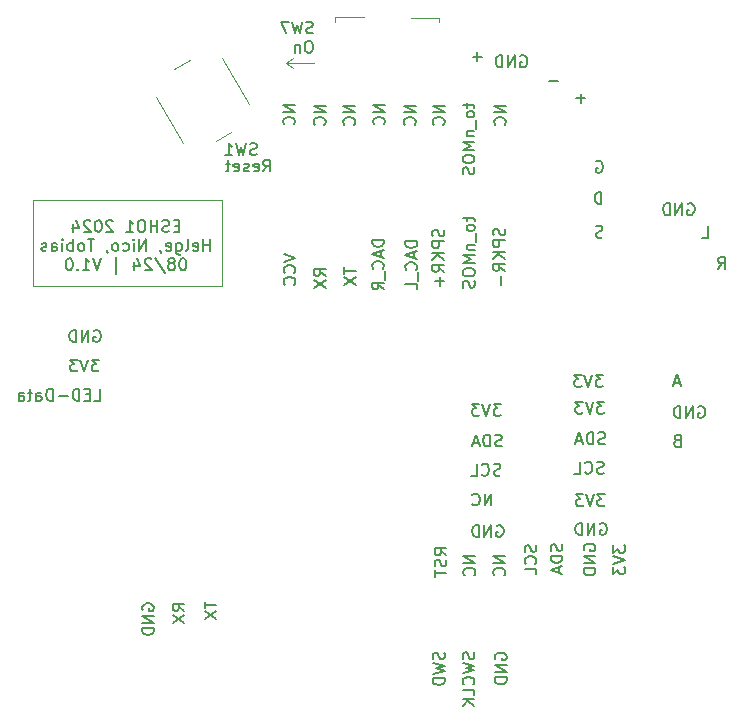
<source format=gbo>
%TF.GenerationSoftware,KiCad,Pcbnew,8.0.4*%
%TF.CreationDate,2024-08-29T16:54:05+02:00*%
%TF.ProjectId,smartEggTimer,736d6172-7445-4676-9754-696d65722e6b,rev?*%
%TF.SameCoordinates,Original*%
%TF.FileFunction,Legend,Bot*%
%TF.FilePolarity,Positive*%
%FSLAX46Y46*%
G04 Gerber Fmt 4.6, Leading zero omitted, Abs format (unit mm)*
G04 Created by KiCad (PCBNEW 8.0.4) date 2024-08-29 16:54:05*
%MOMM*%
%LPD*%
G01*
G04 APERTURE LIST*
G04 Aperture macros list*
%AMHorizOval*
0 Thick line with rounded ends*
0 $1 width*
0 $2 $3 position (X,Y) of the first rounded end (center of the circle)*
0 $4 $5 position (X,Y) of the second rounded end (center of the circle)*
0 Add line between two ends*
20,1,$1,$2,$3,$4,$5,0*
0 Add two circle primitives to create the rounded ends*
1,1,$1,$2,$3*
1,1,$1,$4,$5*%
%AMRotRect*
0 Rectangle, with rotation*
0 The origin of the aperture is its center*
0 $1 length*
0 $2 width*
0 $3 Rotation angle, in degrees counterclockwise*
0 Add horizontal line*
21,1,$1,$2,0,0,$3*%
G04 Aperture macros list end*
%ADD10C,0.100000*%
%ADD11C,0.153000*%
%ADD12C,0.120000*%
%ADD13C,1.800000*%
%ADD14O,3.500000X3.300000*%
%ADD15C,1.100000*%
%ADD16C,2.000000*%
%ADD17R,1.700000X1.700000*%
%ADD18O,1.700000X1.700000*%
%ADD19C,1.524000*%
%ADD20C,4.300000*%
%ADD21RotRect,1.700000X1.700000X60.000000*%
%ADD22HorizOval,1.700000X0.000000X0.000000X0.000000X0.000000X0*%
%ADD23RotRect,1.700000X1.700000X211.000000*%
%ADD24HorizOval,1.700000X0.000000X0.000000X0.000000X0.000000X0*%
%ADD25R,2.000000X1.905000*%
%ADD26O,2.000000X1.905000*%
%ADD27RotRect,1.700000X1.700000X75.000000*%
%ADD28HorizOval,1.700000X0.000000X0.000000X0.000000X0.000000X0*%
%ADD29O,2.200000X3.500000*%
%ADD30R,1.500000X2.500000*%
%ADD31O,1.500000X2.500000*%
G04 APERTURE END LIST*
D10*
X91400000Y-70450000D02*
X92000000Y-70850000D01*
X91400000Y-70450000D02*
X92000000Y-70050000D01*
X69962500Y-82025000D02*
X86037500Y-82025000D01*
X86037500Y-89325000D01*
X69962500Y-89325000D01*
X69962500Y-82025000D01*
X93800000Y-70450000D02*
X91400000Y-70450000D01*
X92000000Y-70050000D02*
X91400000Y-70450000D01*
D11*
X106702996Y-73845895D02*
X106702996Y-74226847D01*
X106369663Y-73988752D02*
X107226805Y-73988752D01*
X107226805Y-73988752D02*
X107322044Y-74036371D01*
X107322044Y-74036371D02*
X107369663Y-74131609D01*
X107369663Y-74131609D02*
X107369663Y-74226847D01*
X107369663Y-74703038D02*
X107322044Y-74607800D01*
X107322044Y-74607800D02*
X107274424Y-74560181D01*
X107274424Y-74560181D02*
X107179186Y-74512562D01*
X107179186Y-74512562D02*
X106893472Y-74512562D01*
X106893472Y-74512562D02*
X106798234Y-74560181D01*
X106798234Y-74560181D02*
X106750615Y-74607800D01*
X106750615Y-74607800D02*
X106702996Y-74703038D01*
X106702996Y-74703038D02*
X106702996Y-74845895D01*
X106702996Y-74845895D02*
X106750615Y-74941133D01*
X106750615Y-74941133D02*
X106798234Y-74988752D01*
X106798234Y-74988752D02*
X106893472Y-75036371D01*
X106893472Y-75036371D02*
X107179186Y-75036371D01*
X107179186Y-75036371D02*
X107274424Y-74988752D01*
X107274424Y-74988752D02*
X107322044Y-74941133D01*
X107322044Y-74941133D02*
X107369663Y-74845895D01*
X107369663Y-74845895D02*
X107369663Y-74703038D01*
X107464901Y-75226848D02*
X107464901Y-75988752D01*
X106702996Y-76226848D02*
X107369663Y-76226848D01*
X106798234Y-76226848D02*
X106750615Y-76274467D01*
X106750615Y-76274467D02*
X106702996Y-76369705D01*
X106702996Y-76369705D02*
X106702996Y-76512562D01*
X106702996Y-76512562D02*
X106750615Y-76607800D01*
X106750615Y-76607800D02*
X106845853Y-76655419D01*
X106845853Y-76655419D02*
X107369663Y-76655419D01*
X107369663Y-77131610D02*
X106369663Y-77131610D01*
X106369663Y-77131610D02*
X107083948Y-77464943D01*
X107083948Y-77464943D02*
X106369663Y-77798276D01*
X106369663Y-77798276D02*
X107369663Y-77798276D01*
X106369663Y-78464943D02*
X106369663Y-78655419D01*
X106369663Y-78655419D02*
X106417282Y-78750657D01*
X106417282Y-78750657D02*
X106512520Y-78845895D01*
X106512520Y-78845895D02*
X106702996Y-78893514D01*
X106702996Y-78893514D02*
X107036329Y-78893514D01*
X107036329Y-78893514D02*
X107226805Y-78845895D01*
X107226805Y-78845895D02*
X107322044Y-78750657D01*
X107322044Y-78750657D02*
X107369663Y-78655419D01*
X107369663Y-78655419D02*
X107369663Y-78464943D01*
X107369663Y-78464943D02*
X107322044Y-78369705D01*
X107322044Y-78369705D02*
X107226805Y-78274467D01*
X107226805Y-78274467D02*
X107036329Y-78226848D01*
X107036329Y-78226848D02*
X106702996Y-78226848D01*
X106702996Y-78226848D02*
X106512520Y-78274467D01*
X106512520Y-78274467D02*
X106417282Y-78369705D01*
X106417282Y-78369705D02*
X106369663Y-78464943D01*
X107322044Y-79274467D02*
X107369663Y-79417324D01*
X107369663Y-79417324D02*
X107369663Y-79655419D01*
X107369663Y-79655419D02*
X107322044Y-79750657D01*
X107322044Y-79750657D02*
X107274424Y-79798276D01*
X107274424Y-79798276D02*
X107179186Y-79845895D01*
X107179186Y-79845895D02*
X107083948Y-79845895D01*
X107083948Y-79845895D02*
X106988710Y-79798276D01*
X106988710Y-79798276D02*
X106941091Y-79750657D01*
X106941091Y-79750657D02*
X106893472Y-79655419D01*
X106893472Y-79655419D02*
X106845853Y-79464943D01*
X106845853Y-79464943D02*
X106798234Y-79369705D01*
X106798234Y-79369705D02*
X106750615Y-79322086D01*
X106750615Y-79322086D02*
X106655377Y-79274467D01*
X106655377Y-79274467D02*
X106560139Y-79274467D01*
X106560139Y-79274467D02*
X106464901Y-79322086D01*
X106464901Y-79322086D02*
X106417282Y-79369705D01*
X106417282Y-79369705D02*
X106369663Y-79464943D01*
X106369663Y-79464943D02*
X106369663Y-79703038D01*
X106369663Y-79703038D02*
X106417282Y-79845895D01*
X124502914Y-102395853D02*
X124360057Y-102443472D01*
X124360057Y-102443472D02*
X124312438Y-102491091D01*
X124312438Y-102491091D02*
X124264819Y-102586329D01*
X124264819Y-102586329D02*
X124264819Y-102729186D01*
X124264819Y-102729186D02*
X124312438Y-102824424D01*
X124312438Y-102824424D02*
X124360057Y-102872044D01*
X124360057Y-102872044D02*
X124455295Y-102919663D01*
X124455295Y-102919663D02*
X124836247Y-102919663D01*
X124836247Y-102919663D02*
X124836247Y-101919663D01*
X124836247Y-101919663D02*
X124502914Y-101919663D01*
X124502914Y-101919663D02*
X124407676Y-101967282D01*
X124407676Y-101967282D02*
X124360057Y-102014901D01*
X124360057Y-102014901D02*
X124312438Y-102110139D01*
X124312438Y-102110139D02*
X124312438Y-102205377D01*
X124312438Y-102205377D02*
X124360057Y-102300615D01*
X124360057Y-102300615D02*
X124407676Y-102348234D01*
X124407676Y-102348234D02*
X124502914Y-102395853D01*
X124502914Y-102395853D02*
X124836247Y-102395853D01*
X118308866Y-105147044D02*
X118166009Y-105194663D01*
X118166009Y-105194663D02*
X117927914Y-105194663D01*
X117927914Y-105194663D02*
X117832676Y-105147044D01*
X117832676Y-105147044D02*
X117785057Y-105099424D01*
X117785057Y-105099424D02*
X117737438Y-105004186D01*
X117737438Y-105004186D02*
X117737438Y-104908948D01*
X117737438Y-104908948D02*
X117785057Y-104813710D01*
X117785057Y-104813710D02*
X117832676Y-104766091D01*
X117832676Y-104766091D02*
X117927914Y-104718472D01*
X117927914Y-104718472D02*
X118118390Y-104670853D01*
X118118390Y-104670853D02*
X118213628Y-104623234D01*
X118213628Y-104623234D02*
X118261247Y-104575615D01*
X118261247Y-104575615D02*
X118308866Y-104480377D01*
X118308866Y-104480377D02*
X118308866Y-104385139D01*
X118308866Y-104385139D02*
X118261247Y-104289901D01*
X118261247Y-104289901D02*
X118213628Y-104242282D01*
X118213628Y-104242282D02*
X118118390Y-104194663D01*
X118118390Y-104194663D02*
X117880295Y-104194663D01*
X117880295Y-104194663D02*
X117737438Y-104242282D01*
X116737438Y-105099424D02*
X116785057Y-105147044D01*
X116785057Y-105147044D02*
X116927914Y-105194663D01*
X116927914Y-105194663D02*
X117023152Y-105194663D01*
X117023152Y-105194663D02*
X117166009Y-105147044D01*
X117166009Y-105147044D02*
X117261247Y-105051805D01*
X117261247Y-105051805D02*
X117308866Y-104956567D01*
X117308866Y-104956567D02*
X117356485Y-104766091D01*
X117356485Y-104766091D02*
X117356485Y-104623234D01*
X117356485Y-104623234D02*
X117308866Y-104432758D01*
X117308866Y-104432758D02*
X117261247Y-104337520D01*
X117261247Y-104337520D02*
X117166009Y-104242282D01*
X117166009Y-104242282D02*
X117023152Y-104194663D01*
X117023152Y-104194663D02*
X116927914Y-104194663D01*
X116927914Y-104194663D02*
X116785057Y-104242282D01*
X116785057Y-104242282D02*
X116737438Y-104289901D01*
X115832676Y-105194663D02*
X116308866Y-105194663D01*
X116308866Y-105194663D02*
X116308866Y-104194663D01*
X109969663Y-112188752D02*
X108969663Y-112188752D01*
X108969663Y-112188752D02*
X109969663Y-112760180D01*
X109969663Y-112760180D02*
X108969663Y-112760180D01*
X109874424Y-113807799D02*
X109922044Y-113760180D01*
X109922044Y-113760180D02*
X109969663Y-113617323D01*
X109969663Y-113617323D02*
X109969663Y-113522085D01*
X109969663Y-113522085D02*
X109922044Y-113379228D01*
X109922044Y-113379228D02*
X109826805Y-113283990D01*
X109826805Y-113283990D02*
X109731567Y-113236371D01*
X109731567Y-113236371D02*
X109541091Y-113188752D01*
X109541091Y-113188752D02*
X109398234Y-113188752D01*
X109398234Y-113188752D02*
X109207758Y-113236371D01*
X109207758Y-113236371D02*
X109112520Y-113283990D01*
X109112520Y-113283990D02*
X109017282Y-113379228D01*
X109017282Y-113379228D02*
X108969663Y-113522085D01*
X108969663Y-113522085D02*
X108969663Y-113617323D01*
X108969663Y-113617323D02*
X109017282Y-113760180D01*
X109017282Y-113760180D02*
X109064901Y-113807799D01*
X118256485Y-96844663D02*
X117637438Y-96844663D01*
X117637438Y-96844663D02*
X117970771Y-97225615D01*
X117970771Y-97225615D02*
X117827914Y-97225615D01*
X117827914Y-97225615D02*
X117732676Y-97273234D01*
X117732676Y-97273234D02*
X117685057Y-97320853D01*
X117685057Y-97320853D02*
X117637438Y-97416091D01*
X117637438Y-97416091D02*
X117637438Y-97654186D01*
X117637438Y-97654186D02*
X117685057Y-97749424D01*
X117685057Y-97749424D02*
X117732676Y-97797044D01*
X117732676Y-97797044D02*
X117827914Y-97844663D01*
X117827914Y-97844663D02*
X118113628Y-97844663D01*
X118113628Y-97844663D02*
X118208866Y-97797044D01*
X118208866Y-97797044D02*
X118256485Y-97749424D01*
X117351723Y-96844663D02*
X117018390Y-97844663D01*
X117018390Y-97844663D02*
X116685057Y-96844663D01*
X116446961Y-96844663D02*
X115827914Y-96844663D01*
X115827914Y-96844663D02*
X116161247Y-97225615D01*
X116161247Y-97225615D02*
X116018390Y-97225615D01*
X116018390Y-97225615D02*
X115923152Y-97273234D01*
X115923152Y-97273234D02*
X115875533Y-97320853D01*
X115875533Y-97320853D02*
X115827914Y-97416091D01*
X115827914Y-97416091D02*
X115827914Y-97654186D01*
X115827914Y-97654186D02*
X115875533Y-97749424D01*
X115875533Y-97749424D02*
X115923152Y-97797044D01*
X115923152Y-97797044D02*
X116018390Y-97844663D01*
X116018390Y-97844663D02*
X116304104Y-97844663D01*
X116304104Y-97844663D02*
X116399342Y-97797044D01*
X116399342Y-97797044D02*
X116446961Y-97749424D01*
X93445771Y-68569663D02*
X93255295Y-68569663D01*
X93255295Y-68569663D02*
X93160057Y-68617282D01*
X93160057Y-68617282D02*
X93064819Y-68712520D01*
X93064819Y-68712520D02*
X93017200Y-68902996D01*
X93017200Y-68902996D02*
X93017200Y-69236329D01*
X93017200Y-69236329D02*
X93064819Y-69426805D01*
X93064819Y-69426805D02*
X93160057Y-69522044D01*
X93160057Y-69522044D02*
X93255295Y-69569663D01*
X93255295Y-69569663D02*
X93445771Y-69569663D01*
X93445771Y-69569663D02*
X93541009Y-69522044D01*
X93541009Y-69522044D02*
X93636247Y-69426805D01*
X93636247Y-69426805D02*
X93683866Y-69236329D01*
X93683866Y-69236329D02*
X93683866Y-68902996D01*
X93683866Y-68902996D02*
X93636247Y-68712520D01*
X93636247Y-68712520D02*
X93541009Y-68617282D01*
X93541009Y-68617282D02*
X93445771Y-68569663D01*
X92588628Y-68902996D02*
X92588628Y-69569663D01*
X92588628Y-68998234D02*
X92541009Y-68950615D01*
X92541009Y-68950615D02*
X92445771Y-68902996D01*
X92445771Y-68902996D02*
X92302914Y-68902996D01*
X92302914Y-68902996D02*
X92207676Y-68950615D01*
X92207676Y-68950615D02*
X92160057Y-69045853D01*
X92160057Y-69045853D02*
X92160057Y-69569663D01*
X106727996Y-83445895D02*
X106727996Y-83826847D01*
X106394663Y-83588752D02*
X107251805Y-83588752D01*
X107251805Y-83588752D02*
X107347044Y-83636371D01*
X107347044Y-83636371D02*
X107394663Y-83731609D01*
X107394663Y-83731609D02*
X107394663Y-83826847D01*
X107394663Y-84303038D02*
X107347044Y-84207800D01*
X107347044Y-84207800D02*
X107299424Y-84160181D01*
X107299424Y-84160181D02*
X107204186Y-84112562D01*
X107204186Y-84112562D02*
X106918472Y-84112562D01*
X106918472Y-84112562D02*
X106823234Y-84160181D01*
X106823234Y-84160181D02*
X106775615Y-84207800D01*
X106775615Y-84207800D02*
X106727996Y-84303038D01*
X106727996Y-84303038D02*
X106727996Y-84445895D01*
X106727996Y-84445895D02*
X106775615Y-84541133D01*
X106775615Y-84541133D02*
X106823234Y-84588752D01*
X106823234Y-84588752D02*
X106918472Y-84636371D01*
X106918472Y-84636371D02*
X107204186Y-84636371D01*
X107204186Y-84636371D02*
X107299424Y-84588752D01*
X107299424Y-84588752D02*
X107347044Y-84541133D01*
X107347044Y-84541133D02*
X107394663Y-84445895D01*
X107394663Y-84445895D02*
X107394663Y-84303038D01*
X107489901Y-84826848D02*
X107489901Y-85588752D01*
X106727996Y-85826848D02*
X107394663Y-85826848D01*
X106823234Y-85826848D02*
X106775615Y-85874467D01*
X106775615Y-85874467D02*
X106727996Y-85969705D01*
X106727996Y-85969705D02*
X106727996Y-86112562D01*
X106727996Y-86112562D02*
X106775615Y-86207800D01*
X106775615Y-86207800D02*
X106870853Y-86255419D01*
X106870853Y-86255419D02*
X107394663Y-86255419D01*
X107394663Y-86731610D02*
X106394663Y-86731610D01*
X106394663Y-86731610D02*
X107108948Y-87064943D01*
X107108948Y-87064943D02*
X106394663Y-87398276D01*
X106394663Y-87398276D02*
X107394663Y-87398276D01*
X106394663Y-88064943D02*
X106394663Y-88255419D01*
X106394663Y-88255419D02*
X106442282Y-88350657D01*
X106442282Y-88350657D02*
X106537520Y-88445895D01*
X106537520Y-88445895D02*
X106727996Y-88493514D01*
X106727996Y-88493514D02*
X107061329Y-88493514D01*
X107061329Y-88493514D02*
X107251805Y-88445895D01*
X107251805Y-88445895D02*
X107347044Y-88350657D01*
X107347044Y-88350657D02*
X107394663Y-88255419D01*
X107394663Y-88255419D02*
X107394663Y-88064943D01*
X107394663Y-88064943D02*
X107347044Y-87969705D01*
X107347044Y-87969705D02*
X107251805Y-87874467D01*
X107251805Y-87874467D02*
X107061329Y-87826848D01*
X107061329Y-87826848D02*
X106727996Y-87826848D01*
X106727996Y-87826848D02*
X106537520Y-87874467D01*
X106537520Y-87874467D02*
X106442282Y-87969705D01*
X106442282Y-87969705D02*
X106394663Y-88064943D01*
X107347044Y-88874467D02*
X107394663Y-89017324D01*
X107394663Y-89017324D02*
X107394663Y-89255419D01*
X107394663Y-89255419D02*
X107347044Y-89350657D01*
X107347044Y-89350657D02*
X107299424Y-89398276D01*
X107299424Y-89398276D02*
X107204186Y-89445895D01*
X107204186Y-89445895D02*
X107108948Y-89445895D01*
X107108948Y-89445895D02*
X107013710Y-89398276D01*
X107013710Y-89398276D02*
X106966091Y-89350657D01*
X106966091Y-89350657D02*
X106918472Y-89255419D01*
X106918472Y-89255419D02*
X106870853Y-89064943D01*
X106870853Y-89064943D02*
X106823234Y-88969705D01*
X106823234Y-88969705D02*
X106775615Y-88922086D01*
X106775615Y-88922086D02*
X106680377Y-88874467D01*
X106680377Y-88874467D02*
X106585139Y-88874467D01*
X106585139Y-88874467D02*
X106489901Y-88922086D01*
X106489901Y-88922086D02*
X106442282Y-88969705D01*
X106442282Y-88969705D02*
X106394663Y-89064943D01*
X106394663Y-89064943D02*
X106394663Y-89303038D01*
X106394663Y-89303038D02*
X106442282Y-89445895D01*
X125437438Y-82367282D02*
X125532676Y-82319663D01*
X125532676Y-82319663D02*
X125675533Y-82319663D01*
X125675533Y-82319663D02*
X125818390Y-82367282D01*
X125818390Y-82367282D02*
X125913628Y-82462520D01*
X125913628Y-82462520D02*
X125961247Y-82557758D01*
X125961247Y-82557758D02*
X126008866Y-82748234D01*
X126008866Y-82748234D02*
X126008866Y-82891091D01*
X126008866Y-82891091D02*
X125961247Y-83081567D01*
X125961247Y-83081567D02*
X125913628Y-83176805D01*
X125913628Y-83176805D02*
X125818390Y-83272044D01*
X125818390Y-83272044D02*
X125675533Y-83319663D01*
X125675533Y-83319663D02*
X125580295Y-83319663D01*
X125580295Y-83319663D02*
X125437438Y-83272044D01*
X125437438Y-83272044D02*
X125389819Y-83224424D01*
X125389819Y-83224424D02*
X125389819Y-82891091D01*
X125389819Y-82891091D02*
X125580295Y-82891091D01*
X124961247Y-83319663D02*
X124961247Y-82319663D01*
X124961247Y-82319663D02*
X124389819Y-83319663D01*
X124389819Y-83319663D02*
X124389819Y-82319663D01*
X123913628Y-83319663D02*
X123913628Y-82319663D01*
X123913628Y-82319663D02*
X123675533Y-82319663D01*
X123675533Y-82319663D02*
X123532676Y-82367282D01*
X123532676Y-82367282D02*
X123437438Y-82462520D01*
X123437438Y-82462520D02*
X123389819Y-82557758D01*
X123389819Y-82557758D02*
X123342200Y-82748234D01*
X123342200Y-82748234D02*
X123342200Y-82891091D01*
X123342200Y-82891091D02*
X123389819Y-83081567D01*
X123389819Y-83081567D02*
X123437438Y-83176805D01*
X123437438Y-83176805D02*
X123532676Y-83272044D01*
X123532676Y-83272044D02*
X123675533Y-83319663D01*
X123675533Y-83319663D02*
X123913628Y-83319663D01*
X114461247Y-71988710D02*
X113699343Y-71988710D01*
X82819663Y-116810180D02*
X82343472Y-116476847D01*
X82819663Y-116238752D02*
X81819663Y-116238752D01*
X81819663Y-116238752D02*
X81819663Y-116619704D01*
X81819663Y-116619704D02*
X81867282Y-116714942D01*
X81867282Y-116714942D02*
X81914901Y-116762561D01*
X81914901Y-116762561D02*
X82010139Y-116810180D01*
X82010139Y-116810180D02*
X82152996Y-116810180D01*
X82152996Y-116810180D02*
X82248234Y-116762561D01*
X82248234Y-116762561D02*
X82295853Y-116714942D01*
X82295853Y-116714942D02*
X82343472Y-116619704D01*
X82343472Y-116619704D02*
X82343472Y-116238752D01*
X81819663Y-117143514D02*
X82819663Y-117810180D01*
X81819663Y-117810180D02*
X82819663Y-117143514D01*
X99719663Y-85413752D02*
X98719663Y-85413752D01*
X98719663Y-85413752D02*
X98719663Y-85651847D01*
X98719663Y-85651847D02*
X98767282Y-85794704D01*
X98767282Y-85794704D02*
X98862520Y-85889942D01*
X98862520Y-85889942D02*
X98957758Y-85937561D01*
X98957758Y-85937561D02*
X99148234Y-85985180D01*
X99148234Y-85985180D02*
X99291091Y-85985180D01*
X99291091Y-85985180D02*
X99481567Y-85937561D01*
X99481567Y-85937561D02*
X99576805Y-85889942D01*
X99576805Y-85889942D02*
X99672044Y-85794704D01*
X99672044Y-85794704D02*
X99719663Y-85651847D01*
X99719663Y-85651847D02*
X99719663Y-85413752D01*
X99433948Y-86366133D02*
X99433948Y-86842323D01*
X99719663Y-86270895D02*
X98719663Y-86604228D01*
X98719663Y-86604228D02*
X99719663Y-86937561D01*
X99624424Y-87842323D02*
X99672044Y-87794704D01*
X99672044Y-87794704D02*
X99719663Y-87651847D01*
X99719663Y-87651847D02*
X99719663Y-87556609D01*
X99719663Y-87556609D02*
X99672044Y-87413752D01*
X99672044Y-87413752D02*
X99576805Y-87318514D01*
X99576805Y-87318514D02*
X99481567Y-87270895D01*
X99481567Y-87270895D02*
X99291091Y-87223276D01*
X99291091Y-87223276D02*
X99148234Y-87223276D01*
X99148234Y-87223276D02*
X98957758Y-87270895D01*
X98957758Y-87270895D02*
X98862520Y-87318514D01*
X98862520Y-87318514D02*
X98767282Y-87413752D01*
X98767282Y-87413752D02*
X98719663Y-87556609D01*
X98719663Y-87556609D02*
X98719663Y-87651847D01*
X98719663Y-87651847D02*
X98767282Y-87794704D01*
X98767282Y-87794704D02*
X98814901Y-87842323D01*
X99814901Y-88032800D02*
X99814901Y-88794704D01*
X99719663Y-89604228D02*
X99243472Y-89270895D01*
X99719663Y-89032800D02*
X98719663Y-89032800D01*
X98719663Y-89032800D02*
X98719663Y-89413752D01*
X98719663Y-89413752D02*
X98767282Y-89508990D01*
X98767282Y-89508990D02*
X98814901Y-89556609D01*
X98814901Y-89556609D02*
X98910139Y-89604228D01*
X98910139Y-89604228D02*
X99052996Y-89604228D01*
X99052996Y-89604228D02*
X99148234Y-89556609D01*
X99148234Y-89556609D02*
X99195853Y-89508990D01*
X99195853Y-89508990D02*
X99243472Y-89413752D01*
X99243472Y-89413752D02*
X99243472Y-89032800D01*
X109922044Y-84466133D02*
X109969663Y-84608990D01*
X109969663Y-84608990D02*
X109969663Y-84847085D01*
X109969663Y-84847085D02*
X109922044Y-84942323D01*
X109922044Y-84942323D02*
X109874424Y-84989942D01*
X109874424Y-84989942D02*
X109779186Y-85037561D01*
X109779186Y-85037561D02*
X109683948Y-85037561D01*
X109683948Y-85037561D02*
X109588710Y-84989942D01*
X109588710Y-84989942D02*
X109541091Y-84942323D01*
X109541091Y-84942323D02*
X109493472Y-84847085D01*
X109493472Y-84847085D02*
X109445853Y-84656609D01*
X109445853Y-84656609D02*
X109398234Y-84561371D01*
X109398234Y-84561371D02*
X109350615Y-84513752D01*
X109350615Y-84513752D02*
X109255377Y-84466133D01*
X109255377Y-84466133D02*
X109160139Y-84466133D01*
X109160139Y-84466133D02*
X109064901Y-84513752D01*
X109064901Y-84513752D02*
X109017282Y-84561371D01*
X109017282Y-84561371D02*
X108969663Y-84656609D01*
X108969663Y-84656609D02*
X108969663Y-84894704D01*
X108969663Y-84894704D02*
X109017282Y-85037561D01*
X109969663Y-85466133D02*
X108969663Y-85466133D01*
X108969663Y-85466133D02*
X108969663Y-85847085D01*
X108969663Y-85847085D02*
X109017282Y-85942323D01*
X109017282Y-85942323D02*
X109064901Y-85989942D01*
X109064901Y-85989942D02*
X109160139Y-86037561D01*
X109160139Y-86037561D02*
X109302996Y-86037561D01*
X109302996Y-86037561D02*
X109398234Y-85989942D01*
X109398234Y-85989942D02*
X109445853Y-85942323D01*
X109445853Y-85942323D02*
X109493472Y-85847085D01*
X109493472Y-85847085D02*
X109493472Y-85466133D01*
X109969663Y-86466133D02*
X108969663Y-86466133D01*
X109969663Y-87037561D02*
X109398234Y-86608990D01*
X108969663Y-87037561D02*
X109541091Y-86466133D01*
X109969663Y-88037561D02*
X109493472Y-87704228D01*
X109969663Y-87466133D02*
X108969663Y-87466133D01*
X108969663Y-87466133D02*
X108969663Y-87847085D01*
X108969663Y-87847085D02*
X109017282Y-87942323D01*
X109017282Y-87942323D02*
X109064901Y-87989942D01*
X109064901Y-87989942D02*
X109160139Y-88037561D01*
X109160139Y-88037561D02*
X109302996Y-88037561D01*
X109302996Y-88037561D02*
X109398234Y-87989942D01*
X109398234Y-87989942D02*
X109445853Y-87942323D01*
X109445853Y-87942323D02*
X109493472Y-87847085D01*
X109493472Y-87847085D02*
X109493472Y-87466133D01*
X109588710Y-88466133D02*
X109588710Y-89228038D01*
X108811247Y-107894663D02*
X108811247Y-106894663D01*
X108811247Y-106894663D02*
X108239819Y-107894663D01*
X108239819Y-107894663D02*
X108239819Y-106894663D01*
X107192200Y-107799424D02*
X107239819Y-107847044D01*
X107239819Y-107847044D02*
X107382676Y-107894663D01*
X107382676Y-107894663D02*
X107477914Y-107894663D01*
X107477914Y-107894663D02*
X107620771Y-107847044D01*
X107620771Y-107847044D02*
X107716009Y-107751805D01*
X107716009Y-107751805D02*
X107763628Y-107656567D01*
X107763628Y-107656567D02*
X107811247Y-107466091D01*
X107811247Y-107466091D02*
X107811247Y-107323234D01*
X107811247Y-107323234D02*
X107763628Y-107132758D01*
X107763628Y-107132758D02*
X107716009Y-107037520D01*
X107716009Y-107037520D02*
X107620771Y-106942282D01*
X107620771Y-106942282D02*
X107477914Y-106894663D01*
X107477914Y-106894663D02*
X107382676Y-106894663D01*
X107382676Y-106894663D02*
X107239819Y-106942282D01*
X107239819Y-106942282D02*
X107192200Y-106989901D01*
X104844663Y-74038752D02*
X103844663Y-74038752D01*
X103844663Y-74038752D02*
X104844663Y-74610180D01*
X104844663Y-74610180D02*
X103844663Y-74610180D01*
X104749424Y-75657799D02*
X104797044Y-75610180D01*
X104797044Y-75610180D02*
X104844663Y-75467323D01*
X104844663Y-75467323D02*
X104844663Y-75372085D01*
X104844663Y-75372085D02*
X104797044Y-75229228D01*
X104797044Y-75229228D02*
X104701805Y-75133990D01*
X104701805Y-75133990D02*
X104606567Y-75086371D01*
X104606567Y-75086371D02*
X104416091Y-75038752D01*
X104416091Y-75038752D02*
X104273234Y-75038752D01*
X104273234Y-75038752D02*
X104082758Y-75086371D01*
X104082758Y-75086371D02*
X103987520Y-75133990D01*
X103987520Y-75133990D02*
X103892282Y-75229228D01*
X103892282Y-75229228D02*
X103844663Y-75372085D01*
X103844663Y-75372085D02*
X103844663Y-75467323D01*
X103844663Y-75467323D02*
X103892282Y-75610180D01*
X103892282Y-75610180D02*
X103939901Y-75657799D01*
X104797044Y-120366133D02*
X104844663Y-120508990D01*
X104844663Y-120508990D02*
X104844663Y-120747085D01*
X104844663Y-120747085D02*
X104797044Y-120842323D01*
X104797044Y-120842323D02*
X104749424Y-120889942D01*
X104749424Y-120889942D02*
X104654186Y-120937561D01*
X104654186Y-120937561D02*
X104558948Y-120937561D01*
X104558948Y-120937561D02*
X104463710Y-120889942D01*
X104463710Y-120889942D02*
X104416091Y-120842323D01*
X104416091Y-120842323D02*
X104368472Y-120747085D01*
X104368472Y-120747085D02*
X104320853Y-120556609D01*
X104320853Y-120556609D02*
X104273234Y-120461371D01*
X104273234Y-120461371D02*
X104225615Y-120413752D01*
X104225615Y-120413752D02*
X104130377Y-120366133D01*
X104130377Y-120366133D02*
X104035139Y-120366133D01*
X104035139Y-120366133D02*
X103939901Y-120413752D01*
X103939901Y-120413752D02*
X103892282Y-120461371D01*
X103892282Y-120461371D02*
X103844663Y-120556609D01*
X103844663Y-120556609D02*
X103844663Y-120794704D01*
X103844663Y-120794704D02*
X103892282Y-120937561D01*
X103844663Y-121270895D02*
X104844663Y-121508990D01*
X104844663Y-121508990D02*
X104130377Y-121699466D01*
X104130377Y-121699466D02*
X104844663Y-121889942D01*
X104844663Y-121889942D02*
X103844663Y-122128038D01*
X104844663Y-122508990D02*
X103844663Y-122508990D01*
X103844663Y-122508990D02*
X103844663Y-122747085D01*
X103844663Y-122747085D02*
X103892282Y-122889942D01*
X103892282Y-122889942D02*
X103987520Y-122985180D01*
X103987520Y-122985180D02*
X104082758Y-123032799D01*
X104082758Y-123032799D02*
X104273234Y-123080418D01*
X104273234Y-123080418D02*
X104416091Y-123080418D01*
X104416091Y-123080418D02*
X104606567Y-123032799D01*
X104606567Y-123032799D02*
X104701805Y-122985180D01*
X104701805Y-122985180D02*
X104797044Y-122889942D01*
X104797044Y-122889942D02*
X104844663Y-122747085D01*
X104844663Y-122747085D02*
X104844663Y-122508990D01*
X118356485Y-99119663D02*
X117737438Y-99119663D01*
X117737438Y-99119663D02*
X118070771Y-99500615D01*
X118070771Y-99500615D02*
X117927914Y-99500615D01*
X117927914Y-99500615D02*
X117832676Y-99548234D01*
X117832676Y-99548234D02*
X117785057Y-99595853D01*
X117785057Y-99595853D02*
X117737438Y-99691091D01*
X117737438Y-99691091D02*
X117737438Y-99929186D01*
X117737438Y-99929186D02*
X117785057Y-100024424D01*
X117785057Y-100024424D02*
X117832676Y-100072044D01*
X117832676Y-100072044D02*
X117927914Y-100119663D01*
X117927914Y-100119663D02*
X118213628Y-100119663D01*
X118213628Y-100119663D02*
X118308866Y-100072044D01*
X118308866Y-100072044D02*
X118356485Y-100024424D01*
X117451723Y-99119663D02*
X117118390Y-100119663D01*
X117118390Y-100119663D02*
X116785057Y-99119663D01*
X116546961Y-99119663D02*
X115927914Y-99119663D01*
X115927914Y-99119663D02*
X116261247Y-99500615D01*
X116261247Y-99500615D02*
X116118390Y-99500615D01*
X116118390Y-99500615D02*
X116023152Y-99548234D01*
X116023152Y-99548234D02*
X115975533Y-99595853D01*
X115975533Y-99595853D02*
X115927914Y-99691091D01*
X115927914Y-99691091D02*
X115927914Y-99929186D01*
X115927914Y-99929186D02*
X115975533Y-100024424D01*
X115975533Y-100024424D02*
X116023152Y-100072044D01*
X116023152Y-100072044D02*
X116118390Y-100119663D01*
X116118390Y-100119663D02*
X116404104Y-100119663D01*
X116404104Y-100119663D02*
X116499342Y-100072044D01*
X116499342Y-100072044D02*
X116546961Y-100024424D01*
X109262438Y-109617282D02*
X109357676Y-109569663D01*
X109357676Y-109569663D02*
X109500533Y-109569663D01*
X109500533Y-109569663D02*
X109643390Y-109617282D01*
X109643390Y-109617282D02*
X109738628Y-109712520D01*
X109738628Y-109712520D02*
X109786247Y-109807758D01*
X109786247Y-109807758D02*
X109833866Y-109998234D01*
X109833866Y-109998234D02*
X109833866Y-110141091D01*
X109833866Y-110141091D02*
X109786247Y-110331567D01*
X109786247Y-110331567D02*
X109738628Y-110426805D01*
X109738628Y-110426805D02*
X109643390Y-110522044D01*
X109643390Y-110522044D02*
X109500533Y-110569663D01*
X109500533Y-110569663D02*
X109405295Y-110569663D01*
X109405295Y-110569663D02*
X109262438Y-110522044D01*
X109262438Y-110522044D02*
X109214819Y-110474424D01*
X109214819Y-110474424D02*
X109214819Y-110141091D01*
X109214819Y-110141091D02*
X109405295Y-110141091D01*
X108786247Y-110569663D02*
X108786247Y-109569663D01*
X108786247Y-109569663D02*
X108214819Y-110569663D01*
X108214819Y-110569663D02*
X108214819Y-109569663D01*
X107738628Y-110569663D02*
X107738628Y-109569663D01*
X107738628Y-109569663D02*
X107500533Y-109569663D01*
X107500533Y-109569663D02*
X107357676Y-109617282D01*
X107357676Y-109617282D02*
X107262438Y-109712520D01*
X107262438Y-109712520D02*
X107214819Y-109807758D01*
X107214819Y-109807758D02*
X107167200Y-109998234D01*
X107167200Y-109998234D02*
X107167200Y-110141091D01*
X107167200Y-110141091D02*
X107214819Y-110331567D01*
X107214819Y-110331567D02*
X107262438Y-110426805D01*
X107262438Y-110426805D02*
X107357676Y-110522044D01*
X107357676Y-110522044D02*
X107500533Y-110569663D01*
X107500533Y-110569663D02*
X107738628Y-110569663D01*
X128014819Y-87869663D02*
X128348152Y-87393472D01*
X128586247Y-87869663D02*
X128586247Y-86869663D01*
X128586247Y-86869663D02*
X128205295Y-86869663D01*
X128205295Y-86869663D02*
X128110057Y-86917282D01*
X128110057Y-86917282D02*
X128062438Y-86964901D01*
X128062438Y-86964901D02*
X128014819Y-87060139D01*
X128014819Y-87060139D02*
X128014819Y-87202996D01*
X128014819Y-87202996D02*
X128062438Y-87298234D01*
X128062438Y-87298234D02*
X128110057Y-87345853D01*
X128110057Y-87345853D02*
X128205295Y-87393472D01*
X128205295Y-87393472D02*
X128586247Y-87393472D01*
X118208866Y-85172044D02*
X118066009Y-85219663D01*
X118066009Y-85219663D02*
X117827914Y-85219663D01*
X117827914Y-85219663D02*
X117732676Y-85172044D01*
X117732676Y-85172044D02*
X117685057Y-85124424D01*
X117685057Y-85124424D02*
X117637438Y-85029186D01*
X117637438Y-85029186D02*
X117637438Y-84933948D01*
X117637438Y-84933948D02*
X117685057Y-84838710D01*
X117685057Y-84838710D02*
X117732676Y-84791091D01*
X117732676Y-84791091D02*
X117827914Y-84743472D01*
X117827914Y-84743472D02*
X118018390Y-84695853D01*
X118018390Y-84695853D02*
X118113628Y-84648234D01*
X118113628Y-84648234D02*
X118161247Y-84600615D01*
X118161247Y-84600615D02*
X118208866Y-84505377D01*
X118208866Y-84505377D02*
X118208866Y-84410139D01*
X118208866Y-84410139D02*
X118161247Y-84314901D01*
X118161247Y-84314901D02*
X118113628Y-84267282D01*
X118113628Y-84267282D02*
X118018390Y-84219663D01*
X118018390Y-84219663D02*
X117780295Y-84219663D01*
X117780295Y-84219663D02*
X117637438Y-84267282D01*
X102519663Y-85513752D02*
X101519663Y-85513752D01*
X101519663Y-85513752D02*
X101519663Y-85751847D01*
X101519663Y-85751847D02*
X101567282Y-85894704D01*
X101567282Y-85894704D02*
X101662520Y-85989942D01*
X101662520Y-85989942D02*
X101757758Y-86037561D01*
X101757758Y-86037561D02*
X101948234Y-86085180D01*
X101948234Y-86085180D02*
X102091091Y-86085180D01*
X102091091Y-86085180D02*
X102281567Y-86037561D01*
X102281567Y-86037561D02*
X102376805Y-85989942D01*
X102376805Y-85989942D02*
X102472044Y-85894704D01*
X102472044Y-85894704D02*
X102519663Y-85751847D01*
X102519663Y-85751847D02*
X102519663Y-85513752D01*
X102233948Y-86466133D02*
X102233948Y-86942323D01*
X102519663Y-86370895D02*
X101519663Y-86704228D01*
X101519663Y-86704228D02*
X102519663Y-87037561D01*
X102424424Y-87942323D02*
X102472044Y-87894704D01*
X102472044Y-87894704D02*
X102519663Y-87751847D01*
X102519663Y-87751847D02*
X102519663Y-87656609D01*
X102519663Y-87656609D02*
X102472044Y-87513752D01*
X102472044Y-87513752D02*
X102376805Y-87418514D01*
X102376805Y-87418514D02*
X102281567Y-87370895D01*
X102281567Y-87370895D02*
X102091091Y-87323276D01*
X102091091Y-87323276D02*
X101948234Y-87323276D01*
X101948234Y-87323276D02*
X101757758Y-87370895D01*
X101757758Y-87370895D02*
X101662520Y-87418514D01*
X101662520Y-87418514D02*
X101567282Y-87513752D01*
X101567282Y-87513752D02*
X101519663Y-87656609D01*
X101519663Y-87656609D02*
X101519663Y-87751847D01*
X101519663Y-87751847D02*
X101567282Y-87894704D01*
X101567282Y-87894704D02*
X101614901Y-87942323D01*
X102614901Y-88132800D02*
X102614901Y-88894704D01*
X102519663Y-89608990D02*
X102519663Y-89132800D01*
X102519663Y-89132800D02*
X101519663Y-89132800D01*
X96369663Y-87720895D02*
X96369663Y-88292323D01*
X97369663Y-88006609D02*
X96369663Y-88006609D01*
X96369663Y-88530419D02*
X97369663Y-89197085D01*
X96369663Y-89197085D02*
X97369663Y-88530419D01*
X104994663Y-112110180D02*
X104518472Y-111776847D01*
X104994663Y-111538752D02*
X103994663Y-111538752D01*
X103994663Y-111538752D02*
X103994663Y-111919704D01*
X103994663Y-111919704D02*
X104042282Y-112014942D01*
X104042282Y-112014942D02*
X104089901Y-112062561D01*
X104089901Y-112062561D02*
X104185139Y-112110180D01*
X104185139Y-112110180D02*
X104327996Y-112110180D01*
X104327996Y-112110180D02*
X104423234Y-112062561D01*
X104423234Y-112062561D02*
X104470853Y-112014942D01*
X104470853Y-112014942D02*
X104518472Y-111919704D01*
X104518472Y-111919704D02*
X104518472Y-111538752D01*
X104947044Y-112491133D02*
X104994663Y-112633990D01*
X104994663Y-112633990D02*
X104994663Y-112872085D01*
X104994663Y-112872085D02*
X104947044Y-112967323D01*
X104947044Y-112967323D02*
X104899424Y-113014942D01*
X104899424Y-113014942D02*
X104804186Y-113062561D01*
X104804186Y-113062561D02*
X104708948Y-113062561D01*
X104708948Y-113062561D02*
X104613710Y-113014942D01*
X104613710Y-113014942D02*
X104566091Y-112967323D01*
X104566091Y-112967323D02*
X104518472Y-112872085D01*
X104518472Y-112872085D02*
X104470853Y-112681609D01*
X104470853Y-112681609D02*
X104423234Y-112586371D01*
X104423234Y-112586371D02*
X104375615Y-112538752D01*
X104375615Y-112538752D02*
X104280377Y-112491133D01*
X104280377Y-112491133D02*
X104185139Y-112491133D01*
X104185139Y-112491133D02*
X104089901Y-112538752D01*
X104089901Y-112538752D02*
X104042282Y-112586371D01*
X104042282Y-112586371D02*
X103994663Y-112681609D01*
X103994663Y-112681609D02*
X103994663Y-112919704D01*
X103994663Y-112919704D02*
X104042282Y-113062561D01*
X103994663Y-113348276D02*
X103994663Y-113919704D01*
X104994663Y-113633990D02*
X103994663Y-113633990D01*
X109558866Y-105322044D02*
X109416009Y-105369663D01*
X109416009Y-105369663D02*
X109177914Y-105369663D01*
X109177914Y-105369663D02*
X109082676Y-105322044D01*
X109082676Y-105322044D02*
X109035057Y-105274424D01*
X109035057Y-105274424D02*
X108987438Y-105179186D01*
X108987438Y-105179186D02*
X108987438Y-105083948D01*
X108987438Y-105083948D02*
X109035057Y-104988710D01*
X109035057Y-104988710D02*
X109082676Y-104941091D01*
X109082676Y-104941091D02*
X109177914Y-104893472D01*
X109177914Y-104893472D02*
X109368390Y-104845853D01*
X109368390Y-104845853D02*
X109463628Y-104798234D01*
X109463628Y-104798234D02*
X109511247Y-104750615D01*
X109511247Y-104750615D02*
X109558866Y-104655377D01*
X109558866Y-104655377D02*
X109558866Y-104560139D01*
X109558866Y-104560139D02*
X109511247Y-104464901D01*
X109511247Y-104464901D02*
X109463628Y-104417282D01*
X109463628Y-104417282D02*
X109368390Y-104369663D01*
X109368390Y-104369663D02*
X109130295Y-104369663D01*
X109130295Y-104369663D02*
X108987438Y-104417282D01*
X107987438Y-105274424D02*
X108035057Y-105322044D01*
X108035057Y-105322044D02*
X108177914Y-105369663D01*
X108177914Y-105369663D02*
X108273152Y-105369663D01*
X108273152Y-105369663D02*
X108416009Y-105322044D01*
X108416009Y-105322044D02*
X108511247Y-105226805D01*
X108511247Y-105226805D02*
X108558866Y-105131567D01*
X108558866Y-105131567D02*
X108606485Y-104941091D01*
X108606485Y-104941091D02*
X108606485Y-104798234D01*
X108606485Y-104798234D02*
X108558866Y-104607758D01*
X108558866Y-104607758D02*
X108511247Y-104512520D01*
X108511247Y-104512520D02*
X108416009Y-104417282D01*
X108416009Y-104417282D02*
X108273152Y-104369663D01*
X108273152Y-104369663D02*
X108177914Y-104369663D01*
X108177914Y-104369663D02*
X108035057Y-104417282D01*
X108035057Y-104417282D02*
X107987438Y-104464901D01*
X107082676Y-105369663D02*
X107558866Y-105369663D01*
X107558866Y-105369663D02*
X107558866Y-104369663D01*
X118406485Y-106969663D02*
X117787438Y-106969663D01*
X117787438Y-106969663D02*
X118120771Y-107350615D01*
X118120771Y-107350615D02*
X117977914Y-107350615D01*
X117977914Y-107350615D02*
X117882676Y-107398234D01*
X117882676Y-107398234D02*
X117835057Y-107445853D01*
X117835057Y-107445853D02*
X117787438Y-107541091D01*
X117787438Y-107541091D02*
X117787438Y-107779186D01*
X117787438Y-107779186D02*
X117835057Y-107874424D01*
X117835057Y-107874424D02*
X117882676Y-107922044D01*
X117882676Y-107922044D02*
X117977914Y-107969663D01*
X117977914Y-107969663D02*
X118263628Y-107969663D01*
X118263628Y-107969663D02*
X118358866Y-107922044D01*
X118358866Y-107922044D02*
X118406485Y-107874424D01*
X117501723Y-106969663D02*
X117168390Y-107969663D01*
X117168390Y-107969663D02*
X116835057Y-106969663D01*
X116596961Y-106969663D02*
X115977914Y-106969663D01*
X115977914Y-106969663D02*
X116311247Y-107350615D01*
X116311247Y-107350615D02*
X116168390Y-107350615D01*
X116168390Y-107350615D02*
X116073152Y-107398234D01*
X116073152Y-107398234D02*
X116025533Y-107445853D01*
X116025533Y-107445853D02*
X115977914Y-107541091D01*
X115977914Y-107541091D02*
X115977914Y-107779186D01*
X115977914Y-107779186D02*
X116025533Y-107874424D01*
X116025533Y-107874424D02*
X116073152Y-107922044D01*
X116073152Y-107922044D02*
X116168390Y-107969663D01*
X116168390Y-107969663D02*
X116454104Y-107969663D01*
X116454104Y-107969663D02*
X116549342Y-107922044D01*
X116549342Y-107922044D02*
X116596961Y-107874424D01*
X118111247Y-82369663D02*
X118111247Y-81369663D01*
X118111247Y-81369663D02*
X117873152Y-81369663D01*
X117873152Y-81369663D02*
X117730295Y-81417282D01*
X117730295Y-81417282D02*
X117635057Y-81512520D01*
X117635057Y-81512520D02*
X117587438Y-81607758D01*
X117587438Y-81607758D02*
X117539819Y-81798234D01*
X117539819Y-81798234D02*
X117539819Y-81941091D01*
X117539819Y-81941091D02*
X117587438Y-82131567D01*
X117587438Y-82131567D02*
X117635057Y-82226805D01*
X117635057Y-82226805D02*
X117730295Y-82322044D01*
X117730295Y-82322044D02*
X117873152Y-82369663D01*
X117873152Y-82369663D02*
X118111247Y-82369663D01*
X79292282Y-116762561D02*
X79244663Y-116667323D01*
X79244663Y-116667323D02*
X79244663Y-116524466D01*
X79244663Y-116524466D02*
X79292282Y-116381609D01*
X79292282Y-116381609D02*
X79387520Y-116286371D01*
X79387520Y-116286371D02*
X79482758Y-116238752D01*
X79482758Y-116238752D02*
X79673234Y-116191133D01*
X79673234Y-116191133D02*
X79816091Y-116191133D01*
X79816091Y-116191133D02*
X80006567Y-116238752D01*
X80006567Y-116238752D02*
X80101805Y-116286371D01*
X80101805Y-116286371D02*
X80197044Y-116381609D01*
X80197044Y-116381609D02*
X80244663Y-116524466D01*
X80244663Y-116524466D02*
X80244663Y-116619704D01*
X80244663Y-116619704D02*
X80197044Y-116762561D01*
X80197044Y-116762561D02*
X80149424Y-116810180D01*
X80149424Y-116810180D02*
X79816091Y-116810180D01*
X79816091Y-116810180D02*
X79816091Y-116619704D01*
X80244663Y-117238752D02*
X79244663Y-117238752D01*
X79244663Y-117238752D02*
X80244663Y-117810180D01*
X80244663Y-117810180D02*
X79244663Y-117810180D01*
X80244663Y-118286371D02*
X79244663Y-118286371D01*
X79244663Y-118286371D02*
X79244663Y-118524466D01*
X79244663Y-118524466D02*
X79292282Y-118667323D01*
X79292282Y-118667323D02*
X79387520Y-118762561D01*
X79387520Y-118762561D02*
X79482758Y-118810180D01*
X79482758Y-118810180D02*
X79673234Y-118857799D01*
X79673234Y-118857799D02*
X79816091Y-118857799D01*
X79816091Y-118857799D02*
X80006567Y-118810180D01*
X80006567Y-118810180D02*
X80101805Y-118762561D01*
X80101805Y-118762561D02*
X80197044Y-118667323D01*
X80197044Y-118667323D02*
X80244663Y-118524466D01*
X80244663Y-118524466D02*
X80244663Y-118286371D01*
X109606485Y-99294663D02*
X108987438Y-99294663D01*
X108987438Y-99294663D02*
X109320771Y-99675615D01*
X109320771Y-99675615D02*
X109177914Y-99675615D01*
X109177914Y-99675615D02*
X109082676Y-99723234D01*
X109082676Y-99723234D02*
X109035057Y-99770853D01*
X109035057Y-99770853D02*
X108987438Y-99866091D01*
X108987438Y-99866091D02*
X108987438Y-100104186D01*
X108987438Y-100104186D02*
X109035057Y-100199424D01*
X109035057Y-100199424D02*
X109082676Y-100247044D01*
X109082676Y-100247044D02*
X109177914Y-100294663D01*
X109177914Y-100294663D02*
X109463628Y-100294663D01*
X109463628Y-100294663D02*
X109558866Y-100247044D01*
X109558866Y-100247044D02*
X109606485Y-100199424D01*
X108701723Y-99294663D02*
X108368390Y-100294663D01*
X108368390Y-100294663D02*
X108035057Y-99294663D01*
X107796961Y-99294663D02*
X107177914Y-99294663D01*
X107177914Y-99294663D02*
X107511247Y-99675615D01*
X107511247Y-99675615D02*
X107368390Y-99675615D01*
X107368390Y-99675615D02*
X107273152Y-99723234D01*
X107273152Y-99723234D02*
X107225533Y-99770853D01*
X107225533Y-99770853D02*
X107177914Y-99866091D01*
X107177914Y-99866091D02*
X107177914Y-100104186D01*
X107177914Y-100104186D02*
X107225533Y-100199424D01*
X107225533Y-100199424D02*
X107273152Y-100247044D01*
X107273152Y-100247044D02*
X107368390Y-100294663D01*
X107368390Y-100294663D02*
X107654104Y-100294663D01*
X107654104Y-100294663D02*
X107749342Y-100247044D01*
X107749342Y-100247044D02*
X107796961Y-100199424D01*
X116667282Y-111712561D02*
X116619663Y-111617323D01*
X116619663Y-111617323D02*
X116619663Y-111474466D01*
X116619663Y-111474466D02*
X116667282Y-111331609D01*
X116667282Y-111331609D02*
X116762520Y-111236371D01*
X116762520Y-111236371D02*
X116857758Y-111188752D01*
X116857758Y-111188752D02*
X117048234Y-111141133D01*
X117048234Y-111141133D02*
X117191091Y-111141133D01*
X117191091Y-111141133D02*
X117381567Y-111188752D01*
X117381567Y-111188752D02*
X117476805Y-111236371D01*
X117476805Y-111236371D02*
X117572044Y-111331609D01*
X117572044Y-111331609D02*
X117619663Y-111474466D01*
X117619663Y-111474466D02*
X117619663Y-111569704D01*
X117619663Y-111569704D02*
X117572044Y-111712561D01*
X117572044Y-111712561D02*
X117524424Y-111760180D01*
X117524424Y-111760180D02*
X117191091Y-111760180D01*
X117191091Y-111760180D02*
X117191091Y-111569704D01*
X117619663Y-112188752D02*
X116619663Y-112188752D01*
X116619663Y-112188752D02*
X117619663Y-112760180D01*
X117619663Y-112760180D02*
X116619663Y-112760180D01*
X117619663Y-113236371D02*
X116619663Y-113236371D01*
X116619663Y-113236371D02*
X116619663Y-113474466D01*
X116619663Y-113474466D02*
X116667282Y-113617323D01*
X116667282Y-113617323D02*
X116762520Y-113712561D01*
X116762520Y-113712561D02*
X116857758Y-113760180D01*
X116857758Y-113760180D02*
X117048234Y-113807799D01*
X117048234Y-113807799D02*
X117191091Y-113807799D01*
X117191091Y-113807799D02*
X117381567Y-113760180D01*
X117381567Y-113760180D02*
X117476805Y-113712561D01*
X117476805Y-113712561D02*
X117572044Y-113617323D01*
X117572044Y-113617323D02*
X117619663Y-113474466D01*
X117619663Y-113474466D02*
X117619663Y-113236371D01*
X94769663Y-74038752D02*
X93769663Y-74038752D01*
X93769663Y-74038752D02*
X94769663Y-74610180D01*
X94769663Y-74610180D02*
X93769663Y-74610180D01*
X94674424Y-75657799D02*
X94722044Y-75610180D01*
X94722044Y-75610180D02*
X94769663Y-75467323D01*
X94769663Y-75467323D02*
X94769663Y-75372085D01*
X94769663Y-75372085D02*
X94722044Y-75229228D01*
X94722044Y-75229228D02*
X94626805Y-75133990D01*
X94626805Y-75133990D02*
X94531567Y-75086371D01*
X94531567Y-75086371D02*
X94341091Y-75038752D01*
X94341091Y-75038752D02*
X94198234Y-75038752D01*
X94198234Y-75038752D02*
X94007758Y-75086371D01*
X94007758Y-75086371D02*
X93912520Y-75133990D01*
X93912520Y-75133990D02*
X93817282Y-75229228D01*
X93817282Y-75229228D02*
X93769663Y-75372085D01*
X93769663Y-75372085D02*
X93769663Y-75467323D01*
X93769663Y-75467323D02*
X93817282Y-75610180D01*
X93817282Y-75610180D02*
X93864901Y-75657799D01*
X126635057Y-85219663D02*
X127111247Y-85219663D01*
X127111247Y-85219663D02*
X127111247Y-84219663D01*
X89489819Y-79619663D02*
X89823152Y-79143472D01*
X90061247Y-79619663D02*
X90061247Y-78619663D01*
X90061247Y-78619663D02*
X89680295Y-78619663D01*
X89680295Y-78619663D02*
X89585057Y-78667282D01*
X89585057Y-78667282D02*
X89537438Y-78714901D01*
X89537438Y-78714901D02*
X89489819Y-78810139D01*
X89489819Y-78810139D02*
X89489819Y-78952996D01*
X89489819Y-78952996D02*
X89537438Y-79048234D01*
X89537438Y-79048234D02*
X89585057Y-79095853D01*
X89585057Y-79095853D02*
X89680295Y-79143472D01*
X89680295Y-79143472D02*
X90061247Y-79143472D01*
X88680295Y-79572044D02*
X88775533Y-79619663D01*
X88775533Y-79619663D02*
X88966009Y-79619663D01*
X88966009Y-79619663D02*
X89061247Y-79572044D01*
X89061247Y-79572044D02*
X89108866Y-79476805D01*
X89108866Y-79476805D02*
X89108866Y-79095853D01*
X89108866Y-79095853D02*
X89061247Y-79000615D01*
X89061247Y-79000615D02*
X88966009Y-78952996D01*
X88966009Y-78952996D02*
X88775533Y-78952996D01*
X88775533Y-78952996D02*
X88680295Y-79000615D01*
X88680295Y-79000615D02*
X88632676Y-79095853D01*
X88632676Y-79095853D02*
X88632676Y-79191091D01*
X88632676Y-79191091D02*
X89108866Y-79286329D01*
X88251723Y-79572044D02*
X88156485Y-79619663D01*
X88156485Y-79619663D02*
X87966009Y-79619663D01*
X87966009Y-79619663D02*
X87870771Y-79572044D01*
X87870771Y-79572044D02*
X87823152Y-79476805D01*
X87823152Y-79476805D02*
X87823152Y-79429186D01*
X87823152Y-79429186D02*
X87870771Y-79333948D01*
X87870771Y-79333948D02*
X87966009Y-79286329D01*
X87966009Y-79286329D02*
X88108866Y-79286329D01*
X88108866Y-79286329D02*
X88204104Y-79238710D01*
X88204104Y-79238710D02*
X88251723Y-79143472D01*
X88251723Y-79143472D02*
X88251723Y-79095853D01*
X88251723Y-79095853D02*
X88204104Y-79000615D01*
X88204104Y-79000615D02*
X88108866Y-78952996D01*
X88108866Y-78952996D02*
X87966009Y-78952996D01*
X87966009Y-78952996D02*
X87870771Y-79000615D01*
X87013628Y-79572044D02*
X87108866Y-79619663D01*
X87108866Y-79619663D02*
X87299342Y-79619663D01*
X87299342Y-79619663D02*
X87394580Y-79572044D01*
X87394580Y-79572044D02*
X87442199Y-79476805D01*
X87442199Y-79476805D02*
X87442199Y-79095853D01*
X87442199Y-79095853D02*
X87394580Y-79000615D01*
X87394580Y-79000615D02*
X87299342Y-78952996D01*
X87299342Y-78952996D02*
X87108866Y-78952996D01*
X87108866Y-78952996D02*
X87013628Y-79000615D01*
X87013628Y-79000615D02*
X86966009Y-79095853D01*
X86966009Y-79095853D02*
X86966009Y-79191091D01*
X86966009Y-79191091D02*
X87442199Y-79286329D01*
X86680294Y-78952996D02*
X86299342Y-78952996D01*
X86537437Y-78619663D02*
X86537437Y-79476805D01*
X86537437Y-79476805D02*
X86489818Y-79572044D01*
X86489818Y-79572044D02*
X86394580Y-79619663D01*
X86394580Y-79619663D02*
X86299342Y-79619663D01*
X102394663Y-74038752D02*
X101394663Y-74038752D01*
X101394663Y-74038752D02*
X102394663Y-74610180D01*
X102394663Y-74610180D02*
X101394663Y-74610180D01*
X102299424Y-75657799D02*
X102347044Y-75610180D01*
X102347044Y-75610180D02*
X102394663Y-75467323D01*
X102394663Y-75467323D02*
X102394663Y-75372085D01*
X102394663Y-75372085D02*
X102347044Y-75229228D01*
X102347044Y-75229228D02*
X102251805Y-75133990D01*
X102251805Y-75133990D02*
X102156567Y-75086371D01*
X102156567Y-75086371D02*
X101966091Y-75038752D01*
X101966091Y-75038752D02*
X101823234Y-75038752D01*
X101823234Y-75038752D02*
X101632758Y-75086371D01*
X101632758Y-75086371D02*
X101537520Y-75133990D01*
X101537520Y-75133990D02*
X101442282Y-75229228D01*
X101442282Y-75229228D02*
X101394663Y-75372085D01*
X101394663Y-75372085D02*
X101394663Y-75467323D01*
X101394663Y-75467323D02*
X101442282Y-75610180D01*
X101442282Y-75610180D02*
X101489901Y-75657799D01*
X108011247Y-69888710D02*
X107249343Y-69888710D01*
X107630295Y-70269663D02*
X107630295Y-69507758D01*
X118433866Y-102672044D02*
X118291009Y-102719663D01*
X118291009Y-102719663D02*
X118052914Y-102719663D01*
X118052914Y-102719663D02*
X117957676Y-102672044D01*
X117957676Y-102672044D02*
X117910057Y-102624424D01*
X117910057Y-102624424D02*
X117862438Y-102529186D01*
X117862438Y-102529186D02*
X117862438Y-102433948D01*
X117862438Y-102433948D02*
X117910057Y-102338710D01*
X117910057Y-102338710D02*
X117957676Y-102291091D01*
X117957676Y-102291091D02*
X118052914Y-102243472D01*
X118052914Y-102243472D02*
X118243390Y-102195853D01*
X118243390Y-102195853D02*
X118338628Y-102148234D01*
X118338628Y-102148234D02*
X118386247Y-102100615D01*
X118386247Y-102100615D02*
X118433866Y-102005377D01*
X118433866Y-102005377D02*
X118433866Y-101910139D01*
X118433866Y-101910139D02*
X118386247Y-101814901D01*
X118386247Y-101814901D02*
X118338628Y-101767282D01*
X118338628Y-101767282D02*
X118243390Y-101719663D01*
X118243390Y-101719663D02*
X118005295Y-101719663D01*
X118005295Y-101719663D02*
X117862438Y-101767282D01*
X117433866Y-102719663D02*
X117433866Y-101719663D01*
X117433866Y-101719663D02*
X117195771Y-101719663D01*
X117195771Y-101719663D02*
X117052914Y-101767282D01*
X117052914Y-101767282D02*
X116957676Y-101862520D01*
X116957676Y-101862520D02*
X116910057Y-101957758D01*
X116910057Y-101957758D02*
X116862438Y-102148234D01*
X116862438Y-102148234D02*
X116862438Y-102291091D01*
X116862438Y-102291091D02*
X116910057Y-102481567D01*
X116910057Y-102481567D02*
X116957676Y-102576805D01*
X116957676Y-102576805D02*
X117052914Y-102672044D01*
X117052914Y-102672044D02*
X117195771Y-102719663D01*
X117195771Y-102719663D02*
X117433866Y-102719663D01*
X116481485Y-102433948D02*
X116005295Y-102433948D01*
X116576723Y-102719663D02*
X116243390Y-101719663D01*
X116243390Y-101719663D02*
X115910057Y-102719663D01*
X82374999Y-84225965D02*
X82041666Y-84225965D01*
X81898809Y-84749775D02*
X82374999Y-84749775D01*
X82374999Y-84749775D02*
X82374999Y-83749775D01*
X82374999Y-83749775D02*
X81898809Y-83749775D01*
X81517856Y-84702156D02*
X81374999Y-84749775D01*
X81374999Y-84749775D02*
X81136904Y-84749775D01*
X81136904Y-84749775D02*
X81041666Y-84702156D01*
X81041666Y-84702156D02*
X80994047Y-84654536D01*
X80994047Y-84654536D02*
X80946428Y-84559298D01*
X80946428Y-84559298D02*
X80946428Y-84464060D01*
X80946428Y-84464060D02*
X80994047Y-84368822D01*
X80994047Y-84368822D02*
X81041666Y-84321203D01*
X81041666Y-84321203D02*
X81136904Y-84273584D01*
X81136904Y-84273584D02*
X81327380Y-84225965D01*
X81327380Y-84225965D02*
X81422618Y-84178346D01*
X81422618Y-84178346D02*
X81470237Y-84130727D01*
X81470237Y-84130727D02*
X81517856Y-84035489D01*
X81517856Y-84035489D02*
X81517856Y-83940251D01*
X81517856Y-83940251D02*
X81470237Y-83845013D01*
X81470237Y-83845013D02*
X81422618Y-83797394D01*
X81422618Y-83797394D02*
X81327380Y-83749775D01*
X81327380Y-83749775D02*
X81089285Y-83749775D01*
X81089285Y-83749775D02*
X80946428Y-83797394D01*
X80517856Y-84749775D02*
X80517856Y-83749775D01*
X80517856Y-84225965D02*
X79946428Y-84225965D01*
X79946428Y-84749775D02*
X79946428Y-83749775D01*
X79279761Y-83749775D02*
X79089285Y-83749775D01*
X79089285Y-83749775D02*
X78994047Y-83797394D01*
X78994047Y-83797394D02*
X78898809Y-83892632D01*
X78898809Y-83892632D02*
X78851190Y-84083108D01*
X78851190Y-84083108D02*
X78851190Y-84416441D01*
X78851190Y-84416441D02*
X78898809Y-84606917D01*
X78898809Y-84606917D02*
X78994047Y-84702156D01*
X78994047Y-84702156D02*
X79089285Y-84749775D01*
X79089285Y-84749775D02*
X79279761Y-84749775D01*
X79279761Y-84749775D02*
X79374999Y-84702156D01*
X79374999Y-84702156D02*
X79470237Y-84606917D01*
X79470237Y-84606917D02*
X79517856Y-84416441D01*
X79517856Y-84416441D02*
X79517856Y-84083108D01*
X79517856Y-84083108D02*
X79470237Y-83892632D01*
X79470237Y-83892632D02*
X79374999Y-83797394D01*
X79374999Y-83797394D02*
X79279761Y-83749775D01*
X77898809Y-84749775D02*
X78470237Y-84749775D01*
X78184523Y-84749775D02*
X78184523Y-83749775D01*
X78184523Y-83749775D02*
X78279761Y-83892632D01*
X78279761Y-83892632D02*
X78374999Y-83987870D01*
X78374999Y-83987870D02*
X78470237Y-84035489D01*
X76755951Y-83845013D02*
X76708332Y-83797394D01*
X76708332Y-83797394D02*
X76613094Y-83749775D01*
X76613094Y-83749775D02*
X76374999Y-83749775D01*
X76374999Y-83749775D02*
X76279761Y-83797394D01*
X76279761Y-83797394D02*
X76232142Y-83845013D01*
X76232142Y-83845013D02*
X76184523Y-83940251D01*
X76184523Y-83940251D02*
X76184523Y-84035489D01*
X76184523Y-84035489D02*
X76232142Y-84178346D01*
X76232142Y-84178346D02*
X76803570Y-84749775D01*
X76803570Y-84749775D02*
X76184523Y-84749775D01*
X75565475Y-83749775D02*
X75470237Y-83749775D01*
X75470237Y-83749775D02*
X75374999Y-83797394D01*
X75374999Y-83797394D02*
X75327380Y-83845013D01*
X75327380Y-83845013D02*
X75279761Y-83940251D01*
X75279761Y-83940251D02*
X75232142Y-84130727D01*
X75232142Y-84130727D02*
X75232142Y-84368822D01*
X75232142Y-84368822D02*
X75279761Y-84559298D01*
X75279761Y-84559298D02*
X75327380Y-84654536D01*
X75327380Y-84654536D02*
X75374999Y-84702156D01*
X75374999Y-84702156D02*
X75470237Y-84749775D01*
X75470237Y-84749775D02*
X75565475Y-84749775D01*
X75565475Y-84749775D02*
X75660713Y-84702156D01*
X75660713Y-84702156D02*
X75708332Y-84654536D01*
X75708332Y-84654536D02*
X75755951Y-84559298D01*
X75755951Y-84559298D02*
X75803570Y-84368822D01*
X75803570Y-84368822D02*
X75803570Y-84130727D01*
X75803570Y-84130727D02*
X75755951Y-83940251D01*
X75755951Y-83940251D02*
X75708332Y-83845013D01*
X75708332Y-83845013D02*
X75660713Y-83797394D01*
X75660713Y-83797394D02*
X75565475Y-83749775D01*
X74851189Y-83845013D02*
X74803570Y-83797394D01*
X74803570Y-83797394D02*
X74708332Y-83749775D01*
X74708332Y-83749775D02*
X74470237Y-83749775D01*
X74470237Y-83749775D02*
X74374999Y-83797394D01*
X74374999Y-83797394D02*
X74327380Y-83845013D01*
X74327380Y-83845013D02*
X74279761Y-83940251D01*
X74279761Y-83940251D02*
X74279761Y-84035489D01*
X74279761Y-84035489D02*
X74327380Y-84178346D01*
X74327380Y-84178346D02*
X74898808Y-84749775D01*
X74898808Y-84749775D02*
X74279761Y-84749775D01*
X73422618Y-84083108D02*
X73422618Y-84749775D01*
X73660713Y-83702156D02*
X73898808Y-84416441D01*
X73898808Y-84416441D02*
X73279761Y-84416441D01*
X84994047Y-86359719D02*
X84994047Y-85359719D01*
X84994047Y-85835909D02*
X84422619Y-85835909D01*
X84422619Y-86359719D02*
X84422619Y-85359719D01*
X83565476Y-86312100D02*
X83660714Y-86359719D01*
X83660714Y-86359719D02*
X83851190Y-86359719D01*
X83851190Y-86359719D02*
X83946428Y-86312100D01*
X83946428Y-86312100D02*
X83994047Y-86216861D01*
X83994047Y-86216861D02*
X83994047Y-85835909D01*
X83994047Y-85835909D02*
X83946428Y-85740671D01*
X83946428Y-85740671D02*
X83851190Y-85693052D01*
X83851190Y-85693052D02*
X83660714Y-85693052D01*
X83660714Y-85693052D02*
X83565476Y-85740671D01*
X83565476Y-85740671D02*
X83517857Y-85835909D01*
X83517857Y-85835909D02*
X83517857Y-85931147D01*
X83517857Y-85931147D02*
X83994047Y-86026385D01*
X82946428Y-86359719D02*
X83041666Y-86312100D01*
X83041666Y-86312100D02*
X83089285Y-86216861D01*
X83089285Y-86216861D02*
X83089285Y-85359719D01*
X82136904Y-85693052D02*
X82136904Y-86502576D01*
X82136904Y-86502576D02*
X82184523Y-86597814D01*
X82184523Y-86597814D02*
X82232142Y-86645433D01*
X82232142Y-86645433D02*
X82327380Y-86693052D01*
X82327380Y-86693052D02*
X82470237Y-86693052D01*
X82470237Y-86693052D02*
X82565475Y-86645433D01*
X82136904Y-86312100D02*
X82232142Y-86359719D01*
X82232142Y-86359719D02*
X82422618Y-86359719D01*
X82422618Y-86359719D02*
X82517856Y-86312100D01*
X82517856Y-86312100D02*
X82565475Y-86264480D01*
X82565475Y-86264480D02*
X82613094Y-86169242D01*
X82613094Y-86169242D02*
X82613094Y-85883528D01*
X82613094Y-85883528D02*
X82565475Y-85788290D01*
X82565475Y-85788290D02*
X82517856Y-85740671D01*
X82517856Y-85740671D02*
X82422618Y-85693052D01*
X82422618Y-85693052D02*
X82232142Y-85693052D01*
X82232142Y-85693052D02*
X82136904Y-85740671D01*
X81279761Y-86312100D02*
X81374999Y-86359719D01*
X81374999Y-86359719D02*
X81565475Y-86359719D01*
X81565475Y-86359719D02*
X81660713Y-86312100D01*
X81660713Y-86312100D02*
X81708332Y-86216861D01*
X81708332Y-86216861D02*
X81708332Y-85835909D01*
X81708332Y-85835909D02*
X81660713Y-85740671D01*
X81660713Y-85740671D02*
X81565475Y-85693052D01*
X81565475Y-85693052D02*
X81374999Y-85693052D01*
X81374999Y-85693052D02*
X81279761Y-85740671D01*
X81279761Y-85740671D02*
X81232142Y-85835909D01*
X81232142Y-85835909D02*
X81232142Y-85931147D01*
X81232142Y-85931147D02*
X81708332Y-86026385D01*
X80755951Y-86312100D02*
X80755951Y-86359719D01*
X80755951Y-86359719D02*
X80803570Y-86454957D01*
X80803570Y-86454957D02*
X80851189Y-86502576D01*
X79565475Y-86359719D02*
X79565475Y-85359719D01*
X79565475Y-85359719D02*
X78994047Y-86359719D01*
X78994047Y-86359719D02*
X78994047Y-85359719D01*
X78517856Y-86359719D02*
X78517856Y-85693052D01*
X78517856Y-85359719D02*
X78565475Y-85407338D01*
X78565475Y-85407338D02*
X78517856Y-85454957D01*
X78517856Y-85454957D02*
X78470237Y-85407338D01*
X78470237Y-85407338D02*
X78517856Y-85359719D01*
X78517856Y-85359719D02*
X78517856Y-85454957D01*
X77613095Y-86312100D02*
X77708333Y-86359719D01*
X77708333Y-86359719D02*
X77898809Y-86359719D01*
X77898809Y-86359719D02*
X77994047Y-86312100D01*
X77994047Y-86312100D02*
X78041666Y-86264480D01*
X78041666Y-86264480D02*
X78089285Y-86169242D01*
X78089285Y-86169242D02*
X78089285Y-85883528D01*
X78089285Y-85883528D02*
X78041666Y-85788290D01*
X78041666Y-85788290D02*
X77994047Y-85740671D01*
X77994047Y-85740671D02*
X77898809Y-85693052D01*
X77898809Y-85693052D02*
X77708333Y-85693052D01*
X77708333Y-85693052D02*
X77613095Y-85740671D01*
X77041666Y-86359719D02*
X77136904Y-86312100D01*
X77136904Y-86312100D02*
X77184523Y-86264480D01*
X77184523Y-86264480D02*
X77232142Y-86169242D01*
X77232142Y-86169242D02*
X77232142Y-85883528D01*
X77232142Y-85883528D02*
X77184523Y-85788290D01*
X77184523Y-85788290D02*
X77136904Y-85740671D01*
X77136904Y-85740671D02*
X77041666Y-85693052D01*
X77041666Y-85693052D02*
X76898809Y-85693052D01*
X76898809Y-85693052D02*
X76803571Y-85740671D01*
X76803571Y-85740671D02*
X76755952Y-85788290D01*
X76755952Y-85788290D02*
X76708333Y-85883528D01*
X76708333Y-85883528D02*
X76708333Y-86169242D01*
X76708333Y-86169242D02*
X76755952Y-86264480D01*
X76755952Y-86264480D02*
X76803571Y-86312100D01*
X76803571Y-86312100D02*
X76898809Y-86359719D01*
X76898809Y-86359719D02*
X77041666Y-86359719D01*
X76232142Y-86312100D02*
X76232142Y-86359719D01*
X76232142Y-86359719D02*
X76279761Y-86454957D01*
X76279761Y-86454957D02*
X76327380Y-86502576D01*
X75184523Y-85359719D02*
X74613095Y-85359719D01*
X74898809Y-86359719D02*
X74898809Y-85359719D01*
X74136904Y-86359719D02*
X74232142Y-86312100D01*
X74232142Y-86312100D02*
X74279761Y-86264480D01*
X74279761Y-86264480D02*
X74327380Y-86169242D01*
X74327380Y-86169242D02*
X74327380Y-85883528D01*
X74327380Y-85883528D02*
X74279761Y-85788290D01*
X74279761Y-85788290D02*
X74232142Y-85740671D01*
X74232142Y-85740671D02*
X74136904Y-85693052D01*
X74136904Y-85693052D02*
X73994047Y-85693052D01*
X73994047Y-85693052D02*
X73898809Y-85740671D01*
X73898809Y-85740671D02*
X73851190Y-85788290D01*
X73851190Y-85788290D02*
X73803571Y-85883528D01*
X73803571Y-85883528D02*
X73803571Y-86169242D01*
X73803571Y-86169242D02*
X73851190Y-86264480D01*
X73851190Y-86264480D02*
X73898809Y-86312100D01*
X73898809Y-86312100D02*
X73994047Y-86359719D01*
X73994047Y-86359719D02*
X74136904Y-86359719D01*
X73374999Y-86359719D02*
X73374999Y-85359719D01*
X73374999Y-85740671D02*
X73279761Y-85693052D01*
X73279761Y-85693052D02*
X73089285Y-85693052D01*
X73089285Y-85693052D02*
X72994047Y-85740671D01*
X72994047Y-85740671D02*
X72946428Y-85788290D01*
X72946428Y-85788290D02*
X72898809Y-85883528D01*
X72898809Y-85883528D02*
X72898809Y-86169242D01*
X72898809Y-86169242D02*
X72946428Y-86264480D01*
X72946428Y-86264480D02*
X72994047Y-86312100D01*
X72994047Y-86312100D02*
X73089285Y-86359719D01*
X73089285Y-86359719D02*
X73279761Y-86359719D01*
X73279761Y-86359719D02*
X73374999Y-86312100D01*
X72470237Y-86359719D02*
X72470237Y-85693052D01*
X72470237Y-85359719D02*
X72517856Y-85407338D01*
X72517856Y-85407338D02*
X72470237Y-85454957D01*
X72470237Y-85454957D02*
X72422618Y-85407338D01*
X72422618Y-85407338D02*
X72470237Y-85359719D01*
X72470237Y-85359719D02*
X72470237Y-85454957D01*
X71565476Y-86359719D02*
X71565476Y-85835909D01*
X71565476Y-85835909D02*
X71613095Y-85740671D01*
X71613095Y-85740671D02*
X71708333Y-85693052D01*
X71708333Y-85693052D02*
X71898809Y-85693052D01*
X71898809Y-85693052D02*
X71994047Y-85740671D01*
X71565476Y-86312100D02*
X71660714Y-86359719D01*
X71660714Y-86359719D02*
X71898809Y-86359719D01*
X71898809Y-86359719D02*
X71994047Y-86312100D01*
X71994047Y-86312100D02*
X72041666Y-86216861D01*
X72041666Y-86216861D02*
X72041666Y-86121623D01*
X72041666Y-86121623D02*
X71994047Y-86026385D01*
X71994047Y-86026385D02*
X71898809Y-85978766D01*
X71898809Y-85978766D02*
X71660714Y-85978766D01*
X71660714Y-85978766D02*
X71565476Y-85931147D01*
X71136904Y-86312100D02*
X71041666Y-86359719D01*
X71041666Y-86359719D02*
X70851190Y-86359719D01*
X70851190Y-86359719D02*
X70755952Y-86312100D01*
X70755952Y-86312100D02*
X70708333Y-86216861D01*
X70708333Y-86216861D02*
X70708333Y-86169242D01*
X70708333Y-86169242D02*
X70755952Y-86074004D01*
X70755952Y-86074004D02*
X70851190Y-86026385D01*
X70851190Y-86026385D02*
X70994047Y-86026385D01*
X70994047Y-86026385D02*
X71089285Y-85978766D01*
X71089285Y-85978766D02*
X71136904Y-85883528D01*
X71136904Y-85883528D02*
X71136904Y-85835909D01*
X71136904Y-85835909D02*
X71089285Y-85740671D01*
X71089285Y-85740671D02*
X70994047Y-85693052D01*
X70994047Y-85693052D02*
X70851190Y-85693052D01*
X70851190Y-85693052D02*
X70755952Y-85740671D01*
X82732142Y-86969663D02*
X82636904Y-86969663D01*
X82636904Y-86969663D02*
X82541666Y-87017282D01*
X82541666Y-87017282D02*
X82494047Y-87064901D01*
X82494047Y-87064901D02*
X82446428Y-87160139D01*
X82446428Y-87160139D02*
X82398809Y-87350615D01*
X82398809Y-87350615D02*
X82398809Y-87588710D01*
X82398809Y-87588710D02*
X82446428Y-87779186D01*
X82446428Y-87779186D02*
X82494047Y-87874424D01*
X82494047Y-87874424D02*
X82541666Y-87922044D01*
X82541666Y-87922044D02*
X82636904Y-87969663D01*
X82636904Y-87969663D02*
X82732142Y-87969663D01*
X82732142Y-87969663D02*
X82827380Y-87922044D01*
X82827380Y-87922044D02*
X82874999Y-87874424D01*
X82874999Y-87874424D02*
X82922618Y-87779186D01*
X82922618Y-87779186D02*
X82970237Y-87588710D01*
X82970237Y-87588710D02*
X82970237Y-87350615D01*
X82970237Y-87350615D02*
X82922618Y-87160139D01*
X82922618Y-87160139D02*
X82874999Y-87064901D01*
X82874999Y-87064901D02*
X82827380Y-87017282D01*
X82827380Y-87017282D02*
X82732142Y-86969663D01*
X81827380Y-87398234D02*
X81922618Y-87350615D01*
X81922618Y-87350615D02*
X81970237Y-87302996D01*
X81970237Y-87302996D02*
X82017856Y-87207758D01*
X82017856Y-87207758D02*
X82017856Y-87160139D01*
X82017856Y-87160139D02*
X81970237Y-87064901D01*
X81970237Y-87064901D02*
X81922618Y-87017282D01*
X81922618Y-87017282D02*
X81827380Y-86969663D01*
X81827380Y-86969663D02*
X81636904Y-86969663D01*
X81636904Y-86969663D02*
X81541666Y-87017282D01*
X81541666Y-87017282D02*
X81494047Y-87064901D01*
X81494047Y-87064901D02*
X81446428Y-87160139D01*
X81446428Y-87160139D02*
X81446428Y-87207758D01*
X81446428Y-87207758D02*
X81494047Y-87302996D01*
X81494047Y-87302996D02*
X81541666Y-87350615D01*
X81541666Y-87350615D02*
X81636904Y-87398234D01*
X81636904Y-87398234D02*
X81827380Y-87398234D01*
X81827380Y-87398234D02*
X81922618Y-87445853D01*
X81922618Y-87445853D02*
X81970237Y-87493472D01*
X81970237Y-87493472D02*
X82017856Y-87588710D01*
X82017856Y-87588710D02*
X82017856Y-87779186D01*
X82017856Y-87779186D02*
X81970237Y-87874424D01*
X81970237Y-87874424D02*
X81922618Y-87922044D01*
X81922618Y-87922044D02*
X81827380Y-87969663D01*
X81827380Y-87969663D02*
X81636904Y-87969663D01*
X81636904Y-87969663D02*
X81541666Y-87922044D01*
X81541666Y-87922044D02*
X81494047Y-87874424D01*
X81494047Y-87874424D02*
X81446428Y-87779186D01*
X81446428Y-87779186D02*
X81446428Y-87588710D01*
X81446428Y-87588710D02*
X81494047Y-87493472D01*
X81494047Y-87493472D02*
X81541666Y-87445853D01*
X81541666Y-87445853D02*
X81636904Y-87398234D01*
X80303571Y-86922044D02*
X81160713Y-88207758D01*
X80017856Y-87064901D02*
X79970237Y-87017282D01*
X79970237Y-87017282D02*
X79874999Y-86969663D01*
X79874999Y-86969663D02*
X79636904Y-86969663D01*
X79636904Y-86969663D02*
X79541666Y-87017282D01*
X79541666Y-87017282D02*
X79494047Y-87064901D01*
X79494047Y-87064901D02*
X79446428Y-87160139D01*
X79446428Y-87160139D02*
X79446428Y-87255377D01*
X79446428Y-87255377D02*
X79494047Y-87398234D01*
X79494047Y-87398234D02*
X80065475Y-87969663D01*
X80065475Y-87969663D02*
X79446428Y-87969663D01*
X78589285Y-87302996D02*
X78589285Y-87969663D01*
X78827380Y-86922044D02*
X79065475Y-87636329D01*
X79065475Y-87636329D02*
X78446428Y-87636329D01*
X77065475Y-88302996D02*
X77065475Y-86874424D01*
X75732141Y-86969663D02*
X75398808Y-87969663D01*
X75398808Y-87969663D02*
X75065475Y-86969663D01*
X74208332Y-87969663D02*
X74779760Y-87969663D01*
X74494046Y-87969663D02*
X74494046Y-86969663D01*
X74494046Y-86969663D02*
X74589284Y-87112520D01*
X74589284Y-87112520D02*
X74684522Y-87207758D01*
X74684522Y-87207758D02*
X74779760Y-87255377D01*
X73779760Y-87874424D02*
X73732141Y-87922044D01*
X73732141Y-87922044D02*
X73779760Y-87969663D01*
X73779760Y-87969663D02*
X73827379Y-87922044D01*
X73827379Y-87922044D02*
X73779760Y-87874424D01*
X73779760Y-87874424D02*
X73779760Y-87969663D01*
X73113094Y-86969663D02*
X73017856Y-86969663D01*
X73017856Y-86969663D02*
X72922618Y-87017282D01*
X72922618Y-87017282D02*
X72874999Y-87064901D01*
X72874999Y-87064901D02*
X72827380Y-87160139D01*
X72827380Y-87160139D02*
X72779761Y-87350615D01*
X72779761Y-87350615D02*
X72779761Y-87588710D01*
X72779761Y-87588710D02*
X72827380Y-87779186D01*
X72827380Y-87779186D02*
X72874999Y-87874424D01*
X72874999Y-87874424D02*
X72922618Y-87922044D01*
X72922618Y-87922044D02*
X73017856Y-87969663D01*
X73017856Y-87969663D02*
X73113094Y-87969663D01*
X73113094Y-87969663D02*
X73208332Y-87922044D01*
X73208332Y-87922044D02*
X73255951Y-87874424D01*
X73255951Y-87874424D02*
X73303570Y-87779186D01*
X73303570Y-87779186D02*
X73351189Y-87588710D01*
X73351189Y-87588710D02*
X73351189Y-87350615D01*
X73351189Y-87350615D02*
X73303570Y-87160139D01*
X73303570Y-87160139D02*
X73255951Y-87064901D01*
X73255951Y-87064901D02*
X73208332Y-87017282D01*
X73208332Y-87017282D02*
X73113094Y-86969663D01*
X75160057Y-99019663D02*
X75636247Y-99019663D01*
X75636247Y-99019663D02*
X75636247Y-98019663D01*
X74826723Y-98495853D02*
X74493390Y-98495853D01*
X74350533Y-99019663D02*
X74826723Y-99019663D01*
X74826723Y-99019663D02*
X74826723Y-98019663D01*
X74826723Y-98019663D02*
X74350533Y-98019663D01*
X73921961Y-99019663D02*
X73921961Y-98019663D01*
X73921961Y-98019663D02*
X73683866Y-98019663D01*
X73683866Y-98019663D02*
X73541009Y-98067282D01*
X73541009Y-98067282D02*
X73445771Y-98162520D01*
X73445771Y-98162520D02*
X73398152Y-98257758D01*
X73398152Y-98257758D02*
X73350533Y-98448234D01*
X73350533Y-98448234D02*
X73350533Y-98591091D01*
X73350533Y-98591091D02*
X73398152Y-98781567D01*
X73398152Y-98781567D02*
X73445771Y-98876805D01*
X73445771Y-98876805D02*
X73541009Y-98972044D01*
X73541009Y-98972044D02*
X73683866Y-99019663D01*
X73683866Y-99019663D02*
X73921961Y-99019663D01*
X72921961Y-98638710D02*
X72160057Y-98638710D01*
X71683866Y-99019663D02*
X71683866Y-98019663D01*
X71683866Y-98019663D02*
X71445771Y-98019663D01*
X71445771Y-98019663D02*
X71302914Y-98067282D01*
X71302914Y-98067282D02*
X71207676Y-98162520D01*
X71207676Y-98162520D02*
X71160057Y-98257758D01*
X71160057Y-98257758D02*
X71112438Y-98448234D01*
X71112438Y-98448234D02*
X71112438Y-98591091D01*
X71112438Y-98591091D02*
X71160057Y-98781567D01*
X71160057Y-98781567D02*
X71207676Y-98876805D01*
X71207676Y-98876805D02*
X71302914Y-98972044D01*
X71302914Y-98972044D02*
X71445771Y-99019663D01*
X71445771Y-99019663D02*
X71683866Y-99019663D01*
X70255295Y-99019663D02*
X70255295Y-98495853D01*
X70255295Y-98495853D02*
X70302914Y-98400615D01*
X70302914Y-98400615D02*
X70398152Y-98352996D01*
X70398152Y-98352996D02*
X70588628Y-98352996D01*
X70588628Y-98352996D02*
X70683866Y-98400615D01*
X70255295Y-98972044D02*
X70350533Y-99019663D01*
X70350533Y-99019663D02*
X70588628Y-99019663D01*
X70588628Y-99019663D02*
X70683866Y-98972044D01*
X70683866Y-98972044D02*
X70731485Y-98876805D01*
X70731485Y-98876805D02*
X70731485Y-98781567D01*
X70731485Y-98781567D02*
X70683866Y-98686329D01*
X70683866Y-98686329D02*
X70588628Y-98638710D01*
X70588628Y-98638710D02*
X70350533Y-98638710D01*
X70350533Y-98638710D02*
X70255295Y-98591091D01*
X69921961Y-98352996D02*
X69541009Y-98352996D01*
X69779104Y-98019663D02*
X69779104Y-98876805D01*
X69779104Y-98876805D02*
X69731485Y-98972044D01*
X69731485Y-98972044D02*
X69636247Y-99019663D01*
X69636247Y-99019663D02*
X69541009Y-99019663D01*
X68779104Y-99019663D02*
X68779104Y-98495853D01*
X68779104Y-98495853D02*
X68826723Y-98400615D01*
X68826723Y-98400615D02*
X68921961Y-98352996D01*
X68921961Y-98352996D02*
X69112437Y-98352996D01*
X69112437Y-98352996D02*
X69207675Y-98400615D01*
X68779104Y-98972044D02*
X68874342Y-99019663D01*
X68874342Y-99019663D02*
X69112437Y-99019663D01*
X69112437Y-99019663D02*
X69207675Y-98972044D01*
X69207675Y-98972044D02*
X69255294Y-98876805D01*
X69255294Y-98876805D02*
X69255294Y-98781567D01*
X69255294Y-98781567D02*
X69207675Y-98686329D01*
X69207675Y-98686329D02*
X69112437Y-98638710D01*
X69112437Y-98638710D02*
X68874342Y-98638710D01*
X68874342Y-98638710D02*
X68779104Y-98591091D01*
X75162438Y-93092282D02*
X75257676Y-93044663D01*
X75257676Y-93044663D02*
X75400533Y-93044663D01*
X75400533Y-93044663D02*
X75543390Y-93092282D01*
X75543390Y-93092282D02*
X75638628Y-93187520D01*
X75638628Y-93187520D02*
X75686247Y-93282758D01*
X75686247Y-93282758D02*
X75733866Y-93473234D01*
X75733866Y-93473234D02*
X75733866Y-93616091D01*
X75733866Y-93616091D02*
X75686247Y-93806567D01*
X75686247Y-93806567D02*
X75638628Y-93901805D01*
X75638628Y-93901805D02*
X75543390Y-93997044D01*
X75543390Y-93997044D02*
X75400533Y-94044663D01*
X75400533Y-94044663D02*
X75305295Y-94044663D01*
X75305295Y-94044663D02*
X75162438Y-93997044D01*
X75162438Y-93997044D02*
X75114819Y-93949424D01*
X75114819Y-93949424D02*
X75114819Y-93616091D01*
X75114819Y-93616091D02*
X75305295Y-93616091D01*
X74686247Y-94044663D02*
X74686247Y-93044663D01*
X74686247Y-93044663D02*
X74114819Y-94044663D01*
X74114819Y-94044663D02*
X74114819Y-93044663D01*
X73638628Y-94044663D02*
X73638628Y-93044663D01*
X73638628Y-93044663D02*
X73400533Y-93044663D01*
X73400533Y-93044663D02*
X73257676Y-93092282D01*
X73257676Y-93092282D02*
X73162438Y-93187520D01*
X73162438Y-93187520D02*
X73114819Y-93282758D01*
X73114819Y-93282758D02*
X73067200Y-93473234D01*
X73067200Y-93473234D02*
X73067200Y-93616091D01*
X73067200Y-93616091D02*
X73114819Y-93806567D01*
X73114819Y-93806567D02*
X73162438Y-93901805D01*
X73162438Y-93901805D02*
X73257676Y-93997044D01*
X73257676Y-93997044D02*
X73400533Y-94044663D01*
X73400533Y-94044663D02*
X73638628Y-94044663D01*
X110044663Y-74038752D02*
X109044663Y-74038752D01*
X109044663Y-74038752D02*
X110044663Y-74610180D01*
X110044663Y-74610180D02*
X109044663Y-74610180D01*
X109949424Y-75657799D02*
X109997044Y-75610180D01*
X109997044Y-75610180D02*
X110044663Y-75467323D01*
X110044663Y-75467323D02*
X110044663Y-75372085D01*
X110044663Y-75372085D02*
X109997044Y-75229228D01*
X109997044Y-75229228D02*
X109901805Y-75133990D01*
X109901805Y-75133990D02*
X109806567Y-75086371D01*
X109806567Y-75086371D02*
X109616091Y-75038752D01*
X109616091Y-75038752D02*
X109473234Y-75038752D01*
X109473234Y-75038752D02*
X109282758Y-75086371D01*
X109282758Y-75086371D02*
X109187520Y-75133990D01*
X109187520Y-75133990D02*
X109092282Y-75229228D01*
X109092282Y-75229228D02*
X109044663Y-75372085D01*
X109044663Y-75372085D02*
X109044663Y-75467323D01*
X109044663Y-75467323D02*
X109092282Y-75610180D01*
X109092282Y-75610180D02*
X109139901Y-75657799D01*
X111262438Y-69842282D02*
X111357676Y-69794663D01*
X111357676Y-69794663D02*
X111500533Y-69794663D01*
X111500533Y-69794663D02*
X111643390Y-69842282D01*
X111643390Y-69842282D02*
X111738628Y-69937520D01*
X111738628Y-69937520D02*
X111786247Y-70032758D01*
X111786247Y-70032758D02*
X111833866Y-70223234D01*
X111833866Y-70223234D02*
X111833866Y-70366091D01*
X111833866Y-70366091D02*
X111786247Y-70556567D01*
X111786247Y-70556567D02*
X111738628Y-70651805D01*
X111738628Y-70651805D02*
X111643390Y-70747044D01*
X111643390Y-70747044D02*
X111500533Y-70794663D01*
X111500533Y-70794663D02*
X111405295Y-70794663D01*
X111405295Y-70794663D02*
X111262438Y-70747044D01*
X111262438Y-70747044D02*
X111214819Y-70699424D01*
X111214819Y-70699424D02*
X111214819Y-70366091D01*
X111214819Y-70366091D02*
X111405295Y-70366091D01*
X110786247Y-70794663D02*
X110786247Y-69794663D01*
X110786247Y-69794663D02*
X110214819Y-70794663D01*
X110214819Y-70794663D02*
X110214819Y-69794663D01*
X109738628Y-70794663D02*
X109738628Y-69794663D01*
X109738628Y-69794663D02*
X109500533Y-69794663D01*
X109500533Y-69794663D02*
X109357676Y-69842282D01*
X109357676Y-69842282D02*
X109262438Y-69937520D01*
X109262438Y-69937520D02*
X109214819Y-70032758D01*
X109214819Y-70032758D02*
X109167200Y-70223234D01*
X109167200Y-70223234D02*
X109167200Y-70366091D01*
X109167200Y-70366091D02*
X109214819Y-70556567D01*
X109214819Y-70556567D02*
X109262438Y-70651805D01*
X109262438Y-70651805D02*
X109357676Y-70747044D01*
X109357676Y-70747044D02*
X109500533Y-70794663D01*
X109500533Y-70794663D02*
X109738628Y-70794663D01*
X109142282Y-120937561D02*
X109094663Y-120842323D01*
X109094663Y-120842323D02*
X109094663Y-120699466D01*
X109094663Y-120699466D02*
X109142282Y-120556609D01*
X109142282Y-120556609D02*
X109237520Y-120461371D01*
X109237520Y-120461371D02*
X109332758Y-120413752D01*
X109332758Y-120413752D02*
X109523234Y-120366133D01*
X109523234Y-120366133D02*
X109666091Y-120366133D01*
X109666091Y-120366133D02*
X109856567Y-120413752D01*
X109856567Y-120413752D02*
X109951805Y-120461371D01*
X109951805Y-120461371D02*
X110047044Y-120556609D01*
X110047044Y-120556609D02*
X110094663Y-120699466D01*
X110094663Y-120699466D02*
X110094663Y-120794704D01*
X110094663Y-120794704D02*
X110047044Y-120937561D01*
X110047044Y-120937561D02*
X109999424Y-120985180D01*
X109999424Y-120985180D02*
X109666091Y-120985180D01*
X109666091Y-120985180D02*
X109666091Y-120794704D01*
X110094663Y-121413752D02*
X109094663Y-121413752D01*
X109094663Y-121413752D02*
X110094663Y-121985180D01*
X110094663Y-121985180D02*
X109094663Y-121985180D01*
X110094663Y-122461371D02*
X109094663Y-122461371D01*
X109094663Y-122461371D02*
X109094663Y-122699466D01*
X109094663Y-122699466D02*
X109142282Y-122842323D01*
X109142282Y-122842323D02*
X109237520Y-122937561D01*
X109237520Y-122937561D02*
X109332758Y-122985180D01*
X109332758Y-122985180D02*
X109523234Y-123032799D01*
X109523234Y-123032799D02*
X109666091Y-123032799D01*
X109666091Y-123032799D02*
X109856567Y-122985180D01*
X109856567Y-122985180D02*
X109951805Y-122937561D01*
X109951805Y-122937561D02*
X110047044Y-122842323D01*
X110047044Y-122842323D02*
X110094663Y-122699466D01*
X110094663Y-122699466D02*
X110094663Y-122461371D01*
X126337438Y-99542282D02*
X126432676Y-99494663D01*
X126432676Y-99494663D02*
X126575533Y-99494663D01*
X126575533Y-99494663D02*
X126718390Y-99542282D01*
X126718390Y-99542282D02*
X126813628Y-99637520D01*
X126813628Y-99637520D02*
X126861247Y-99732758D01*
X126861247Y-99732758D02*
X126908866Y-99923234D01*
X126908866Y-99923234D02*
X126908866Y-100066091D01*
X126908866Y-100066091D02*
X126861247Y-100256567D01*
X126861247Y-100256567D02*
X126813628Y-100351805D01*
X126813628Y-100351805D02*
X126718390Y-100447044D01*
X126718390Y-100447044D02*
X126575533Y-100494663D01*
X126575533Y-100494663D02*
X126480295Y-100494663D01*
X126480295Y-100494663D02*
X126337438Y-100447044D01*
X126337438Y-100447044D02*
X126289819Y-100399424D01*
X126289819Y-100399424D02*
X126289819Y-100066091D01*
X126289819Y-100066091D02*
X126480295Y-100066091D01*
X125861247Y-100494663D02*
X125861247Y-99494663D01*
X125861247Y-99494663D02*
X125289819Y-100494663D01*
X125289819Y-100494663D02*
X125289819Y-99494663D01*
X124813628Y-100494663D02*
X124813628Y-99494663D01*
X124813628Y-99494663D02*
X124575533Y-99494663D01*
X124575533Y-99494663D02*
X124432676Y-99542282D01*
X124432676Y-99542282D02*
X124337438Y-99637520D01*
X124337438Y-99637520D02*
X124289819Y-99732758D01*
X124289819Y-99732758D02*
X124242200Y-99923234D01*
X124242200Y-99923234D02*
X124242200Y-100066091D01*
X124242200Y-100066091D02*
X124289819Y-100256567D01*
X124289819Y-100256567D02*
X124337438Y-100351805D01*
X124337438Y-100351805D02*
X124432676Y-100447044D01*
X124432676Y-100447044D02*
X124575533Y-100494663D01*
X124575533Y-100494663D02*
X124813628Y-100494663D01*
X91219663Y-86620895D02*
X92219663Y-86954228D01*
X92219663Y-86954228D02*
X91219663Y-87287561D01*
X92124424Y-88192323D02*
X92172044Y-88144704D01*
X92172044Y-88144704D02*
X92219663Y-88001847D01*
X92219663Y-88001847D02*
X92219663Y-87906609D01*
X92219663Y-87906609D02*
X92172044Y-87763752D01*
X92172044Y-87763752D02*
X92076805Y-87668514D01*
X92076805Y-87668514D02*
X91981567Y-87620895D01*
X91981567Y-87620895D02*
X91791091Y-87573276D01*
X91791091Y-87573276D02*
X91648234Y-87573276D01*
X91648234Y-87573276D02*
X91457758Y-87620895D01*
X91457758Y-87620895D02*
X91362520Y-87668514D01*
X91362520Y-87668514D02*
X91267282Y-87763752D01*
X91267282Y-87763752D02*
X91219663Y-87906609D01*
X91219663Y-87906609D02*
X91219663Y-88001847D01*
X91219663Y-88001847D02*
X91267282Y-88144704D01*
X91267282Y-88144704D02*
X91314901Y-88192323D01*
X92124424Y-89192323D02*
X92172044Y-89144704D01*
X92172044Y-89144704D02*
X92219663Y-89001847D01*
X92219663Y-89001847D02*
X92219663Y-88906609D01*
X92219663Y-88906609D02*
X92172044Y-88763752D01*
X92172044Y-88763752D02*
X92076805Y-88668514D01*
X92076805Y-88668514D02*
X91981567Y-88620895D01*
X91981567Y-88620895D02*
X91791091Y-88573276D01*
X91791091Y-88573276D02*
X91648234Y-88573276D01*
X91648234Y-88573276D02*
X91457758Y-88620895D01*
X91457758Y-88620895D02*
X91362520Y-88668514D01*
X91362520Y-88668514D02*
X91267282Y-88763752D01*
X91267282Y-88763752D02*
X91219663Y-88906609D01*
X91219663Y-88906609D02*
X91219663Y-89001847D01*
X91219663Y-89001847D02*
X91267282Y-89144704D01*
X91267282Y-89144704D02*
X91314901Y-89192323D01*
X117687438Y-78767282D02*
X117782676Y-78719663D01*
X117782676Y-78719663D02*
X117925533Y-78719663D01*
X117925533Y-78719663D02*
X118068390Y-78767282D01*
X118068390Y-78767282D02*
X118163628Y-78862520D01*
X118163628Y-78862520D02*
X118211247Y-78957758D01*
X118211247Y-78957758D02*
X118258866Y-79148234D01*
X118258866Y-79148234D02*
X118258866Y-79291091D01*
X118258866Y-79291091D02*
X118211247Y-79481567D01*
X118211247Y-79481567D02*
X118163628Y-79576805D01*
X118163628Y-79576805D02*
X118068390Y-79672044D01*
X118068390Y-79672044D02*
X117925533Y-79719663D01*
X117925533Y-79719663D02*
X117830295Y-79719663D01*
X117830295Y-79719663D02*
X117687438Y-79672044D01*
X117687438Y-79672044D02*
X117639819Y-79624424D01*
X117639819Y-79624424D02*
X117639819Y-79291091D01*
X117639819Y-79291091D02*
X117830295Y-79291091D01*
X99794663Y-74013752D02*
X98794663Y-74013752D01*
X98794663Y-74013752D02*
X99794663Y-74585180D01*
X99794663Y-74585180D02*
X98794663Y-74585180D01*
X99699424Y-75632799D02*
X99747044Y-75585180D01*
X99747044Y-75585180D02*
X99794663Y-75442323D01*
X99794663Y-75442323D02*
X99794663Y-75347085D01*
X99794663Y-75347085D02*
X99747044Y-75204228D01*
X99747044Y-75204228D02*
X99651805Y-75108990D01*
X99651805Y-75108990D02*
X99556567Y-75061371D01*
X99556567Y-75061371D02*
X99366091Y-75013752D01*
X99366091Y-75013752D02*
X99223234Y-75013752D01*
X99223234Y-75013752D02*
X99032758Y-75061371D01*
X99032758Y-75061371D02*
X98937520Y-75108990D01*
X98937520Y-75108990D02*
X98842282Y-75204228D01*
X98842282Y-75204228D02*
X98794663Y-75347085D01*
X98794663Y-75347085D02*
X98794663Y-75442323D01*
X98794663Y-75442323D02*
X98842282Y-75585180D01*
X98842282Y-75585180D02*
X98889901Y-75632799D01*
X119144663Y-111268514D02*
X119144663Y-111887561D01*
X119144663Y-111887561D02*
X119525615Y-111554228D01*
X119525615Y-111554228D02*
X119525615Y-111697085D01*
X119525615Y-111697085D02*
X119573234Y-111792323D01*
X119573234Y-111792323D02*
X119620853Y-111839942D01*
X119620853Y-111839942D02*
X119716091Y-111887561D01*
X119716091Y-111887561D02*
X119954186Y-111887561D01*
X119954186Y-111887561D02*
X120049424Y-111839942D01*
X120049424Y-111839942D02*
X120097044Y-111792323D01*
X120097044Y-111792323D02*
X120144663Y-111697085D01*
X120144663Y-111697085D02*
X120144663Y-111411371D01*
X120144663Y-111411371D02*
X120097044Y-111316133D01*
X120097044Y-111316133D02*
X120049424Y-111268514D01*
X119144663Y-112173276D02*
X120144663Y-112506609D01*
X120144663Y-112506609D02*
X119144663Y-112839942D01*
X119144663Y-113078038D02*
X119144663Y-113697085D01*
X119144663Y-113697085D02*
X119525615Y-113363752D01*
X119525615Y-113363752D02*
X119525615Y-113506609D01*
X119525615Y-113506609D02*
X119573234Y-113601847D01*
X119573234Y-113601847D02*
X119620853Y-113649466D01*
X119620853Y-113649466D02*
X119716091Y-113697085D01*
X119716091Y-113697085D02*
X119954186Y-113697085D01*
X119954186Y-113697085D02*
X120049424Y-113649466D01*
X120049424Y-113649466D02*
X120097044Y-113601847D01*
X120097044Y-113601847D02*
X120144663Y-113506609D01*
X120144663Y-113506609D02*
X120144663Y-113220895D01*
X120144663Y-113220895D02*
X120097044Y-113125657D01*
X120097044Y-113125657D02*
X120049424Y-113078038D01*
X107444663Y-112188752D02*
X106444663Y-112188752D01*
X106444663Y-112188752D02*
X107444663Y-112760180D01*
X107444663Y-112760180D02*
X106444663Y-112760180D01*
X107349424Y-113807799D02*
X107397044Y-113760180D01*
X107397044Y-113760180D02*
X107444663Y-113617323D01*
X107444663Y-113617323D02*
X107444663Y-113522085D01*
X107444663Y-113522085D02*
X107397044Y-113379228D01*
X107397044Y-113379228D02*
X107301805Y-113283990D01*
X107301805Y-113283990D02*
X107206567Y-113236371D01*
X107206567Y-113236371D02*
X107016091Y-113188752D01*
X107016091Y-113188752D02*
X106873234Y-113188752D01*
X106873234Y-113188752D02*
X106682758Y-113236371D01*
X106682758Y-113236371D02*
X106587520Y-113283990D01*
X106587520Y-113283990D02*
X106492282Y-113379228D01*
X106492282Y-113379228D02*
X106444663Y-113522085D01*
X106444663Y-113522085D02*
X106444663Y-113617323D01*
X106444663Y-113617323D02*
X106492282Y-113760180D01*
X106492282Y-113760180D02*
X106539901Y-113807799D01*
X104772044Y-84541133D02*
X104819663Y-84683990D01*
X104819663Y-84683990D02*
X104819663Y-84922085D01*
X104819663Y-84922085D02*
X104772044Y-85017323D01*
X104772044Y-85017323D02*
X104724424Y-85064942D01*
X104724424Y-85064942D02*
X104629186Y-85112561D01*
X104629186Y-85112561D02*
X104533948Y-85112561D01*
X104533948Y-85112561D02*
X104438710Y-85064942D01*
X104438710Y-85064942D02*
X104391091Y-85017323D01*
X104391091Y-85017323D02*
X104343472Y-84922085D01*
X104343472Y-84922085D02*
X104295853Y-84731609D01*
X104295853Y-84731609D02*
X104248234Y-84636371D01*
X104248234Y-84636371D02*
X104200615Y-84588752D01*
X104200615Y-84588752D02*
X104105377Y-84541133D01*
X104105377Y-84541133D02*
X104010139Y-84541133D01*
X104010139Y-84541133D02*
X103914901Y-84588752D01*
X103914901Y-84588752D02*
X103867282Y-84636371D01*
X103867282Y-84636371D02*
X103819663Y-84731609D01*
X103819663Y-84731609D02*
X103819663Y-84969704D01*
X103819663Y-84969704D02*
X103867282Y-85112561D01*
X104819663Y-85541133D02*
X103819663Y-85541133D01*
X103819663Y-85541133D02*
X103819663Y-85922085D01*
X103819663Y-85922085D02*
X103867282Y-86017323D01*
X103867282Y-86017323D02*
X103914901Y-86064942D01*
X103914901Y-86064942D02*
X104010139Y-86112561D01*
X104010139Y-86112561D02*
X104152996Y-86112561D01*
X104152996Y-86112561D02*
X104248234Y-86064942D01*
X104248234Y-86064942D02*
X104295853Y-86017323D01*
X104295853Y-86017323D02*
X104343472Y-85922085D01*
X104343472Y-85922085D02*
X104343472Y-85541133D01*
X104819663Y-86541133D02*
X103819663Y-86541133D01*
X104819663Y-87112561D02*
X104248234Y-86683990D01*
X103819663Y-87112561D02*
X104391091Y-86541133D01*
X104819663Y-88112561D02*
X104343472Y-87779228D01*
X104819663Y-87541133D02*
X103819663Y-87541133D01*
X103819663Y-87541133D02*
X103819663Y-87922085D01*
X103819663Y-87922085D02*
X103867282Y-88017323D01*
X103867282Y-88017323D02*
X103914901Y-88064942D01*
X103914901Y-88064942D02*
X104010139Y-88112561D01*
X104010139Y-88112561D02*
X104152996Y-88112561D01*
X104152996Y-88112561D02*
X104248234Y-88064942D01*
X104248234Y-88064942D02*
X104295853Y-88017323D01*
X104295853Y-88017323D02*
X104343472Y-87922085D01*
X104343472Y-87922085D02*
X104343472Y-87541133D01*
X104438710Y-88541133D02*
X104438710Y-89303038D01*
X104819663Y-88922085D02*
X104057758Y-88922085D01*
X124758866Y-97508948D02*
X124282676Y-97508948D01*
X124854104Y-97794663D02*
X124520771Y-96794663D01*
X124520771Y-96794663D02*
X124187438Y-97794663D01*
X92169663Y-74013752D02*
X91169663Y-74013752D01*
X91169663Y-74013752D02*
X92169663Y-74585180D01*
X92169663Y-74585180D02*
X91169663Y-74585180D01*
X92074424Y-75632799D02*
X92122044Y-75585180D01*
X92122044Y-75585180D02*
X92169663Y-75442323D01*
X92169663Y-75442323D02*
X92169663Y-75347085D01*
X92169663Y-75347085D02*
X92122044Y-75204228D01*
X92122044Y-75204228D02*
X92026805Y-75108990D01*
X92026805Y-75108990D02*
X91931567Y-75061371D01*
X91931567Y-75061371D02*
X91741091Y-75013752D01*
X91741091Y-75013752D02*
X91598234Y-75013752D01*
X91598234Y-75013752D02*
X91407758Y-75061371D01*
X91407758Y-75061371D02*
X91312520Y-75108990D01*
X91312520Y-75108990D02*
X91217282Y-75204228D01*
X91217282Y-75204228D02*
X91169663Y-75347085D01*
X91169663Y-75347085D02*
X91169663Y-75442323D01*
X91169663Y-75442323D02*
X91217282Y-75585180D01*
X91217282Y-75585180D02*
X91264901Y-75632799D01*
X75581485Y-95544663D02*
X74962438Y-95544663D01*
X74962438Y-95544663D02*
X75295771Y-95925615D01*
X75295771Y-95925615D02*
X75152914Y-95925615D01*
X75152914Y-95925615D02*
X75057676Y-95973234D01*
X75057676Y-95973234D02*
X75010057Y-96020853D01*
X75010057Y-96020853D02*
X74962438Y-96116091D01*
X74962438Y-96116091D02*
X74962438Y-96354186D01*
X74962438Y-96354186D02*
X75010057Y-96449424D01*
X75010057Y-96449424D02*
X75057676Y-96497044D01*
X75057676Y-96497044D02*
X75152914Y-96544663D01*
X75152914Y-96544663D02*
X75438628Y-96544663D01*
X75438628Y-96544663D02*
X75533866Y-96497044D01*
X75533866Y-96497044D02*
X75581485Y-96449424D01*
X74676723Y-95544663D02*
X74343390Y-96544663D01*
X74343390Y-96544663D02*
X74010057Y-95544663D01*
X73771961Y-95544663D02*
X73152914Y-95544663D01*
X73152914Y-95544663D02*
X73486247Y-95925615D01*
X73486247Y-95925615D02*
X73343390Y-95925615D01*
X73343390Y-95925615D02*
X73248152Y-95973234D01*
X73248152Y-95973234D02*
X73200533Y-96020853D01*
X73200533Y-96020853D02*
X73152914Y-96116091D01*
X73152914Y-96116091D02*
X73152914Y-96354186D01*
X73152914Y-96354186D02*
X73200533Y-96449424D01*
X73200533Y-96449424D02*
X73248152Y-96497044D01*
X73248152Y-96497044D02*
X73343390Y-96544663D01*
X73343390Y-96544663D02*
X73629104Y-96544663D01*
X73629104Y-96544663D02*
X73724342Y-96497044D01*
X73724342Y-96497044D02*
X73771961Y-96449424D01*
X116761247Y-73438710D02*
X115999343Y-73438710D01*
X116380295Y-73819663D02*
X116380295Y-73057758D01*
X97269663Y-74038752D02*
X96269663Y-74038752D01*
X96269663Y-74038752D02*
X97269663Y-74610180D01*
X97269663Y-74610180D02*
X96269663Y-74610180D01*
X97174424Y-75657799D02*
X97222044Y-75610180D01*
X97222044Y-75610180D02*
X97269663Y-75467323D01*
X97269663Y-75467323D02*
X97269663Y-75372085D01*
X97269663Y-75372085D02*
X97222044Y-75229228D01*
X97222044Y-75229228D02*
X97126805Y-75133990D01*
X97126805Y-75133990D02*
X97031567Y-75086371D01*
X97031567Y-75086371D02*
X96841091Y-75038752D01*
X96841091Y-75038752D02*
X96698234Y-75038752D01*
X96698234Y-75038752D02*
X96507758Y-75086371D01*
X96507758Y-75086371D02*
X96412520Y-75133990D01*
X96412520Y-75133990D02*
X96317282Y-75229228D01*
X96317282Y-75229228D02*
X96269663Y-75372085D01*
X96269663Y-75372085D02*
X96269663Y-75467323D01*
X96269663Y-75467323D02*
X96317282Y-75610180D01*
X96317282Y-75610180D02*
X96364901Y-75657799D01*
X114772044Y-111166133D02*
X114819663Y-111308990D01*
X114819663Y-111308990D02*
X114819663Y-111547085D01*
X114819663Y-111547085D02*
X114772044Y-111642323D01*
X114772044Y-111642323D02*
X114724424Y-111689942D01*
X114724424Y-111689942D02*
X114629186Y-111737561D01*
X114629186Y-111737561D02*
X114533948Y-111737561D01*
X114533948Y-111737561D02*
X114438710Y-111689942D01*
X114438710Y-111689942D02*
X114391091Y-111642323D01*
X114391091Y-111642323D02*
X114343472Y-111547085D01*
X114343472Y-111547085D02*
X114295853Y-111356609D01*
X114295853Y-111356609D02*
X114248234Y-111261371D01*
X114248234Y-111261371D02*
X114200615Y-111213752D01*
X114200615Y-111213752D02*
X114105377Y-111166133D01*
X114105377Y-111166133D02*
X114010139Y-111166133D01*
X114010139Y-111166133D02*
X113914901Y-111213752D01*
X113914901Y-111213752D02*
X113867282Y-111261371D01*
X113867282Y-111261371D02*
X113819663Y-111356609D01*
X113819663Y-111356609D02*
X113819663Y-111594704D01*
X113819663Y-111594704D02*
X113867282Y-111737561D01*
X114819663Y-112166133D02*
X113819663Y-112166133D01*
X113819663Y-112166133D02*
X113819663Y-112404228D01*
X113819663Y-112404228D02*
X113867282Y-112547085D01*
X113867282Y-112547085D02*
X113962520Y-112642323D01*
X113962520Y-112642323D02*
X114057758Y-112689942D01*
X114057758Y-112689942D02*
X114248234Y-112737561D01*
X114248234Y-112737561D02*
X114391091Y-112737561D01*
X114391091Y-112737561D02*
X114581567Y-112689942D01*
X114581567Y-112689942D02*
X114676805Y-112642323D01*
X114676805Y-112642323D02*
X114772044Y-112547085D01*
X114772044Y-112547085D02*
X114819663Y-112404228D01*
X114819663Y-112404228D02*
X114819663Y-112166133D01*
X114533948Y-113118514D02*
X114533948Y-113594704D01*
X114819663Y-113023276D02*
X113819663Y-113356609D01*
X113819663Y-113356609D02*
X114819663Y-113689942D01*
X94769663Y-88460180D02*
X94293472Y-88126847D01*
X94769663Y-87888752D02*
X93769663Y-87888752D01*
X93769663Y-87888752D02*
X93769663Y-88269704D01*
X93769663Y-88269704D02*
X93817282Y-88364942D01*
X93817282Y-88364942D02*
X93864901Y-88412561D01*
X93864901Y-88412561D02*
X93960139Y-88460180D01*
X93960139Y-88460180D02*
X94102996Y-88460180D01*
X94102996Y-88460180D02*
X94198234Y-88412561D01*
X94198234Y-88412561D02*
X94245853Y-88364942D01*
X94245853Y-88364942D02*
X94293472Y-88269704D01*
X94293472Y-88269704D02*
X94293472Y-87888752D01*
X93769663Y-88793514D02*
X94769663Y-89460180D01*
X93769663Y-89460180D02*
X94769663Y-88793514D01*
X118012438Y-109442282D02*
X118107676Y-109394663D01*
X118107676Y-109394663D02*
X118250533Y-109394663D01*
X118250533Y-109394663D02*
X118393390Y-109442282D01*
X118393390Y-109442282D02*
X118488628Y-109537520D01*
X118488628Y-109537520D02*
X118536247Y-109632758D01*
X118536247Y-109632758D02*
X118583866Y-109823234D01*
X118583866Y-109823234D02*
X118583866Y-109966091D01*
X118583866Y-109966091D02*
X118536247Y-110156567D01*
X118536247Y-110156567D02*
X118488628Y-110251805D01*
X118488628Y-110251805D02*
X118393390Y-110347044D01*
X118393390Y-110347044D02*
X118250533Y-110394663D01*
X118250533Y-110394663D02*
X118155295Y-110394663D01*
X118155295Y-110394663D02*
X118012438Y-110347044D01*
X118012438Y-110347044D02*
X117964819Y-110299424D01*
X117964819Y-110299424D02*
X117964819Y-109966091D01*
X117964819Y-109966091D02*
X118155295Y-109966091D01*
X117536247Y-110394663D02*
X117536247Y-109394663D01*
X117536247Y-109394663D02*
X116964819Y-110394663D01*
X116964819Y-110394663D02*
X116964819Y-109394663D01*
X116488628Y-110394663D02*
X116488628Y-109394663D01*
X116488628Y-109394663D02*
X116250533Y-109394663D01*
X116250533Y-109394663D02*
X116107676Y-109442282D01*
X116107676Y-109442282D02*
X116012438Y-109537520D01*
X116012438Y-109537520D02*
X115964819Y-109632758D01*
X115964819Y-109632758D02*
X115917200Y-109823234D01*
X115917200Y-109823234D02*
X115917200Y-109966091D01*
X115917200Y-109966091D02*
X115964819Y-110156567D01*
X115964819Y-110156567D02*
X116012438Y-110251805D01*
X116012438Y-110251805D02*
X116107676Y-110347044D01*
X116107676Y-110347044D02*
X116250533Y-110394663D01*
X116250533Y-110394663D02*
X116488628Y-110394663D01*
X84519663Y-116045895D02*
X84519663Y-116617323D01*
X85519663Y-116331609D02*
X84519663Y-116331609D01*
X84519663Y-116855419D02*
X85519663Y-117522085D01*
X84519663Y-117522085D02*
X85519663Y-116855419D01*
X109683866Y-102847044D02*
X109541009Y-102894663D01*
X109541009Y-102894663D02*
X109302914Y-102894663D01*
X109302914Y-102894663D02*
X109207676Y-102847044D01*
X109207676Y-102847044D02*
X109160057Y-102799424D01*
X109160057Y-102799424D02*
X109112438Y-102704186D01*
X109112438Y-102704186D02*
X109112438Y-102608948D01*
X109112438Y-102608948D02*
X109160057Y-102513710D01*
X109160057Y-102513710D02*
X109207676Y-102466091D01*
X109207676Y-102466091D02*
X109302914Y-102418472D01*
X109302914Y-102418472D02*
X109493390Y-102370853D01*
X109493390Y-102370853D02*
X109588628Y-102323234D01*
X109588628Y-102323234D02*
X109636247Y-102275615D01*
X109636247Y-102275615D02*
X109683866Y-102180377D01*
X109683866Y-102180377D02*
X109683866Y-102085139D01*
X109683866Y-102085139D02*
X109636247Y-101989901D01*
X109636247Y-101989901D02*
X109588628Y-101942282D01*
X109588628Y-101942282D02*
X109493390Y-101894663D01*
X109493390Y-101894663D02*
X109255295Y-101894663D01*
X109255295Y-101894663D02*
X109112438Y-101942282D01*
X108683866Y-102894663D02*
X108683866Y-101894663D01*
X108683866Y-101894663D02*
X108445771Y-101894663D01*
X108445771Y-101894663D02*
X108302914Y-101942282D01*
X108302914Y-101942282D02*
X108207676Y-102037520D01*
X108207676Y-102037520D02*
X108160057Y-102132758D01*
X108160057Y-102132758D02*
X108112438Y-102323234D01*
X108112438Y-102323234D02*
X108112438Y-102466091D01*
X108112438Y-102466091D02*
X108160057Y-102656567D01*
X108160057Y-102656567D02*
X108207676Y-102751805D01*
X108207676Y-102751805D02*
X108302914Y-102847044D01*
X108302914Y-102847044D02*
X108445771Y-102894663D01*
X108445771Y-102894663D02*
X108683866Y-102894663D01*
X107731485Y-102608948D02*
X107255295Y-102608948D01*
X107826723Y-102894663D02*
X107493390Y-101894663D01*
X107493390Y-101894663D02*
X107160057Y-102894663D01*
X112572044Y-111266133D02*
X112619663Y-111408990D01*
X112619663Y-111408990D02*
X112619663Y-111647085D01*
X112619663Y-111647085D02*
X112572044Y-111742323D01*
X112572044Y-111742323D02*
X112524424Y-111789942D01*
X112524424Y-111789942D02*
X112429186Y-111837561D01*
X112429186Y-111837561D02*
X112333948Y-111837561D01*
X112333948Y-111837561D02*
X112238710Y-111789942D01*
X112238710Y-111789942D02*
X112191091Y-111742323D01*
X112191091Y-111742323D02*
X112143472Y-111647085D01*
X112143472Y-111647085D02*
X112095853Y-111456609D01*
X112095853Y-111456609D02*
X112048234Y-111361371D01*
X112048234Y-111361371D02*
X112000615Y-111313752D01*
X112000615Y-111313752D02*
X111905377Y-111266133D01*
X111905377Y-111266133D02*
X111810139Y-111266133D01*
X111810139Y-111266133D02*
X111714901Y-111313752D01*
X111714901Y-111313752D02*
X111667282Y-111361371D01*
X111667282Y-111361371D02*
X111619663Y-111456609D01*
X111619663Y-111456609D02*
X111619663Y-111694704D01*
X111619663Y-111694704D02*
X111667282Y-111837561D01*
X112524424Y-112837561D02*
X112572044Y-112789942D01*
X112572044Y-112789942D02*
X112619663Y-112647085D01*
X112619663Y-112647085D02*
X112619663Y-112551847D01*
X112619663Y-112551847D02*
X112572044Y-112408990D01*
X112572044Y-112408990D02*
X112476805Y-112313752D01*
X112476805Y-112313752D02*
X112381567Y-112266133D01*
X112381567Y-112266133D02*
X112191091Y-112218514D01*
X112191091Y-112218514D02*
X112048234Y-112218514D01*
X112048234Y-112218514D02*
X111857758Y-112266133D01*
X111857758Y-112266133D02*
X111762520Y-112313752D01*
X111762520Y-112313752D02*
X111667282Y-112408990D01*
X111667282Y-112408990D02*
X111619663Y-112551847D01*
X111619663Y-112551847D02*
X111619663Y-112647085D01*
X111619663Y-112647085D02*
X111667282Y-112789942D01*
X111667282Y-112789942D02*
X111714901Y-112837561D01*
X112619663Y-113742323D02*
X112619663Y-113266133D01*
X112619663Y-113266133D02*
X111619663Y-113266133D01*
X107322044Y-120341133D02*
X107369663Y-120483990D01*
X107369663Y-120483990D02*
X107369663Y-120722085D01*
X107369663Y-120722085D02*
X107322044Y-120817323D01*
X107322044Y-120817323D02*
X107274424Y-120864942D01*
X107274424Y-120864942D02*
X107179186Y-120912561D01*
X107179186Y-120912561D02*
X107083948Y-120912561D01*
X107083948Y-120912561D02*
X106988710Y-120864942D01*
X106988710Y-120864942D02*
X106941091Y-120817323D01*
X106941091Y-120817323D02*
X106893472Y-120722085D01*
X106893472Y-120722085D02*
X106845853Y-120531609D01*
X106845853Y-120531609D02*
X106798234Y-120436371D01*
X106798234Y-120436371D02*
X106750615Y-120388752D01*
X106750615Y-120388752D02*
X106655377Y-120341133D01*
X106655377Y-120341133D02*
X106560139Y-120341133D01*
X106560139Y-120341133D02*
X106464901Y-120388752D01*
X106464901Y-120388752D02*
X106417282Y-120436371D01*
X106417282Y-120436371D02*
X106369663Y-120531609D01*
X106369663Y-120531609D02*
X106369663Y-120769704D01*
X106369663Y-120769704D02*
X106417282Y-120912561D01*
X106369663Y-121245895D02*
X107369663Y-121483990D01*
X107369663Y-121483990D02*
X106655377Y-121674466D01*
X106655377Y-121674466D02*
X107369663Y-121864942D01*
X107369663Y-121864942D02*
X106369663Y-122103038D01*
X107274424Y-123055418D02*
X107322044Y-123007799D01*
X107322044Y-123007799D02*
X107369663Y-122864942D01*
X107369663Y-122864942D02*
X107369663Y-122769704D01*
X107369663Y-122769704D02*
X107322044Y-122626847D01*
X107322044Y-122626847D02*
X107226805Y-122531609D01*
X107226805Y-122531609D02*
X107131567Y-122483990D01*
X107131567Y-122483990D02*
X106941091Y-122436371D01*
X106941091Y-122436371D02*
X106798234Y-122436371D01*
X106798234Y-122436371D02*
X106607758Y-122483990D01*
X106607758Y-122483990D02*
X106512520Y-122531609D01*
X106512520Y-122531609D02*
X106417282Y-122626847D01*
X106417282Y-122626847D02*
X106369663Y-122769704D01*
X106369663Y-122769704D02*
X106369663Y-122864942D01*
X106369663Y-122864942D02*
X106417282Y-123007799D01*
X106417282Y-123007799D02*
X106464901Y-123055418D01*
X107369663Y-123960180D02*
X107369663Y-123483990D01*
X107369663Y-123483990D02*
X106369663Y-123483990D01*
X107369663Y-124293514D02*
X106369663Y-124293514D01*
X107369663Y-124864942D02*
X106798234Y-124436371D01*
X106369663Y-124864942D02*
X106941091Y-124293514D01*
X93708332Y-67882044D02*
X93565475Y-67929663D01*
X93565475Y-67929663D02*
X93327380Y-67929663D01*
X93327380Y-67929663D02*
X93232142Y-67882044D01*
X93232142Y-67882044D02*
X93184523Y-67834424D01*
X93184523Y-67834424D02*
X93136904Y-67739186D01*
X93136904Y-67739186D02*
X93136904Y-67643948D01*
X93136904Y-67643948D02*
X93184523Y-67548710D01*
X93184523Y-67548710D02*
X93232142Y-67501091D01*
X93232142Y-67501091D02*
X93327380Y-67453472D01*
X93327380Y-67453472D02*
X93517856Y-67405853D01*
X93517856Y-67405853D02*
X93613094Y-67358234D01*
X93613094Y-67358234D02*
X93660713Y-67310615D01*
X93660713Y-67310615D02*
X93708332Y-67215377D01*
X93708332Y-67215377D02*
X93708332Y-67120139D01*
X93708332Y-67120139D02*
X93660713Y-67024901D01*
X93660713Y-67024901D02*
X93613094Y-66977282D01*
X93613094Y-66977282D02*
X93517856Y-66929663D01*
X93517856Y-66929663D02*
X93279761Y-66929663D01*
X93279761Y-66929663D02*
X93136904Y-66977282D01*
X92803570Y-66929663D02*
X92565475Y-67929663D01*
X92565475Y-67929663D02*
X92374999Y-67215377D01*
X92374999Y-67215377D02*
X92184523Y-67929663D01*
X92184523Y-67929663D02*
X91946428Y-66929663D01*
X91660713Y-66929663D02*
X90994047Y-66929663D01*
X90994047Y-66929663D02*
X91422618Y-67929663D01*
X88933332Y-78182044D02*
X88790475Y-78229663D01*
X88790475Y-78229663D02*
X88552380Y-78229663D01*
X88552380Y-78229663D02*
X88457142Y-78182044D01*
X88457142Y-78182044D02*
X88409523Y-78134424D01*
X88409523Y-78134424D02*
X88361904Y-78039186D01*
X88361904Y-78039186D02*
X88361904Y-77943948D01*
X88361904Y-77943948D02*
X88409523Y-77848710D01*
X88409523Y-77848710D02*
X88457142Y-77801091D01*
X88457142Y-77801091D02*
X88552380Y-77753472D01*
X88552380Y-77753472D02*
X88742856Y-77705853D01*
X88742856Y-77705853D02*
X88838094Y-77658234D01*
X88838094Y-77658234D02*
X88885713Y-77610615D01*
X88885713Y-77610615D02*
X88933332Y-77515377D01*
X88933332Y-77515377D02*
X88933332Y-77420139D01*
X88933332Y-77420139D02*
X88885713Y-77324901D01*
X88885713Y-77324901D02*
X88838094Y-77277282D01*
X88838094Y-77277282D02*
X88742856Y-77229663D01*
X88742856Y-77229663D02*
X88504761Y-77229663D01*
X88504761Y-77229663D02*
X88361904Y-77277282D01*
X88028570Y-77229663D02*
X87790475Y-78229663D01*
X87790475Y-78229663D02*
X87599999Y-77515377D01*
X87599999Y-77515377D02*
X87409523Y-78229663D01*
X87409523Y-78229663D02*
X87171428Y-77229663D01*
X86266666Y-78229663D02*
X86838094Y-78229663D01*
X86552380Y-78229663D02*
X86552380Y-77229663D01*
X86552380Y-77229663D02*
X86647618Y-77372520D01*
X86647618Y-77372520D02*
X86742856Y-77467758D01*
X86742856Y-77467758D02*
X86838094Y-77515377D01*
D12*
%TO.C,SW7*%
X95590000Y-66580002D02*
X97999998Y-66580002D01*
X95590000Y-66980000D02*
X95590000Y-66580000D01*
X104410000Y-66590002D02*
X102000002Y-66590002D01*
X104410000Y-66990000D02*
X104410000Y-66590000D01*
%TO.C,SW1*%
X80411860Y-73291025D02*
X82661859Y-77188140D01*
X83250962Y-70208494D02*
X81951923Y-70958493D01*
X85451924Y-77020672D02*
X86750962Y-76270671D01*
X88291025Y-73938140D02*
X86041025Y-70041024D01*
%TD*%
%LPC*%
D13*
%TO.C,SW2*%
X122489000Y-97460000D03*
X122489000Y-102540000D03*
D14*
X129989000Y-94400000D03*
D13*
X122489000Y-100000000D03*
D14*
X129989000Y-105600000D03*
%TD*%
D15*
%TO.C,SW6*%
X113250000Y-132120000D03*
D16*
X106750000Y-132120000D03*
X113250000Y-127620000D03*
X106750000Y-127620000D03*
%TD*%
D17*
%TO.C,J7*%
X77600000Y-93520000D03*
D18*
X77600000Y-96060000D03*
X77600000Y-98600000D03*
%TD*%
D17*
%TO.C,J2*%
X104425000Y-118725000D03*
D18*
X106965000Y-118725000D03*
X109505000Y-118725000D03*
%TD*%
D16*
%TO.C,SW4*%
X103250000Y-133750000D03*
X96750000Y-133750000D03*
X103250000Y-129250000D03*
X96750000Y-129250000D03*
%TD*%
%TO.C,SW3*%
X65500000Y-103250000D03*
X65500000Y-96750000D03*
X70000000Y-103250000D03*
X70000000Y-96750000D03*
%TD*%
D19*
%TO.C,DFPlayerMini1*%
X91740000Y-72525000D03*
X94280000Y-72525000D03*
X96820000Y-72525000D03*
X99360000Y-72525000D03*
X101900000Y-72525000D03*
X104440000Y-72525000D03*
X106980000Y-72525000D03*
X109520000Y-72525000D03*
X109520000Y-90559000D03*
X106980000Y-90559000D03*
X104440000Y-90559000D03*
X101900000Y-90559000D03*
X99360000Y-90559000D03*
X96820000Y-90559000D03*
X94280000Y-90559000D03*
X91740000Y-90559000D03*
%TD*%
D15*
%TO.C,SW5*%
X86750000Y-132120000D03*
D16*
X93250000Y-132120000D03*
X93250000Y-127620000D03*
X86750000Y-127620000D03*
%TD*%
D17*
%TO.C,J1*%
X105600000Y-99840000D03*
D18*
X105600000Y-102380000D03*
X105600000Y-104920000D03*
X105600000Y-107460000D03*
X105600000Y-110000000D03*
%TD*%
D20*
%TO.C,H2*%
X122500000Y-77500000D03*
%TD*%
%TO.C,H8*%
X122500000Y-122500000D03*
%TD*%
%TO.C,H1*%
X77500000Y-77500000D03*
%TD*%
D21*
%TO.C,J5*%
X115200000Y-70530000D03*
D22*
X117399705Y-71800000D03*
%TD*%
D23*
%TO.C,J8*%
X130108197Y-86577205D03*
D24*
X128800000Y-84400000D03*
X127491804Y-82222795D03*
%TD*%
D17*
%TO.C,J3*%
X84925000Y-114400000D03*
D18*
X82385000Y-114400000D03*
X79845000Y-114400000D03*
%TD*%
D17*
%TO.C,J4*%
X114475000Y-97260000D03*
D18*
X114475000Y-99800000D03*
X114475000Y-102340000D03*
X114475000Y-104880000D03*
X114475000Y-107420000D03*
X114475000Y-109960000D03*
%TD*%
D25*
%TO.C,Q1*%
X115550000Y-79310000D03*
D26*
X115550000Y-81850000D03*
X115550000Y-84390000D03*
%TD*%
D17*
%TO.C,OLED-15W-C1*%
X119640000Y-115000000D03*
D18*
X117100000Y-115000000D03*
X114560000Y-115000000D03*
X112020000Y-115000000D03*
X109480000Y-115000000D03*
X106940000Y-115000000D03*
X104400000Y-115000000D03*
%TD*%
D20*
%TO.C,H3*%
X77500000Y-122500000D03*
%TD*%
D27*
%TO.C,J6*%
X108200000Y-68000000D03*
D28*
X110653452Y-68657400D03*
%TD*%
D29*
%TO.C,SW7*%
X95900000Y-68890001D03*
X104100002Y-68889999D03*
D30*
X98000001Y-68890000D03*
D31*
X100000000Y-68890000D03*
X102000002Y-68890000D03*
%TD*%
D16*
%TO.C,SW1*%
X87925000Y-75304165D03*
X84675000Y-69675000D03*
X84027886Y-77554166D03*
X80777885Y-71925000D03*
%TD*%
%LPD*%
M02*

</source>
